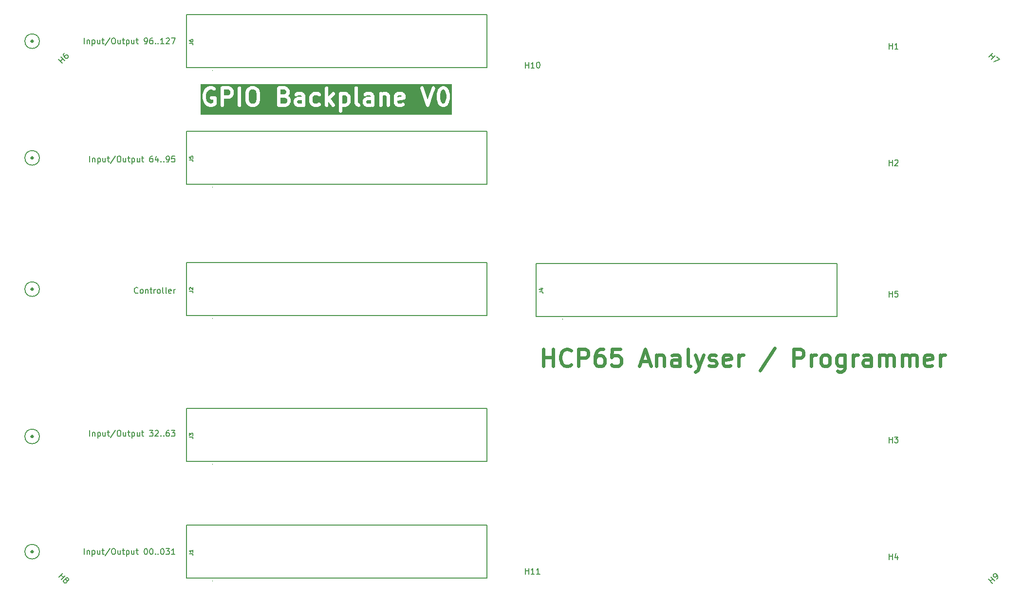
<source format=gto>
%TF.GenerationSoftware,KiCad,Pcbnew,8.0.7*%
%TF.CreationDate,2025-04-28T08:58:49+02:00*%
%TF.ProjectId,GPIO Backplane Board,4750494f-2042-4616-936b-706c616e6520,Pico GPIO Wide*%
%TF.SameCoordinates,Original*%
%TF.FileFunction,Legend,Top*%
%TF.FilePolarity,Positive*%
%FSLAX46Y46*%
G04 Gerber Fmt 4.6, Leading zero omitted, Abs format (unit mm)*
G04 Created by KiCad (PCBNEW 8.0.7) date 2025-04-28 08:58:49*
%MOMM*%
%LPD*%
G01*
G04 APERTURE LIST*
%ADD10C,0.200000*%
%ADD11C,0.600000*%
%ADD12C,0.150000*%
%ADD13C,0.100000*%
%ADD14C,0.329000*%
G04 APERTURE END LIST*
D10*
X9062040Y-61412219D02*
X9062040Y-60412219D01*
X9538230Y-60745552D02*
X9538230Y-61412219D01*
X9538230Y-60840790D02*
X9585849Y-60793171D01*
X9585849Y-60793171D02*
X9681087Y-60745552D01*
X9681087Y-60745552D02*
X9823944Y-60745552D01*
X9823944Y-60745552D02*
X9919182Y-60793171D01*
X9919182Y-60793171D02*
X9966801Y-60888409D01*
X9966801Y-60888409D02*
X9966801Y-61412219D01*
X10442992Y-60745552D02*
X10442992Y-61745552D01*
X10442992Y-60793171D02*
X10538230Y-60745552D01*
X10538230Y-60745552D02*
X10728706Y-60745552D01*
X10728706Y-60745552D02*
X10823944Y-60793171D01*
X10823944Y-60793171D02*
X10871563Y-60840790D01*
X10871563Y-60840790D02*
X10919182Y-60936028D01*
X10919182Y-60936028D02*
X10919182Y-61221742D01*
X10919182Y-61221742D02*
X10871563Y-61316980D01*
X10871563Y-61316980D02*
X10823944Y-61364600D01*
X10823944Y-61364600D02*
X10728706Y-61412219D01*
X10728706Y-61412219D02*
X10538230Y-61412219D01*
X10538230Y-61412219D02*
X10442992Y-61364600D01*
X11776325Y-60745552D02*
X11776325Y-61412219D01*
X11347754Y-60745552D02*
X11347754Y-61269361D01*
X11347754Y-61269361D02*
X11395373Y-61364600D01*
X11395373Y-61364600D02*
X11490611Y-61412219D01*
X11490611Y-61412219D02*
X11633468Y-61412219D01*
X11633468Y-61412219D02*
X11728706Y-61364600D01*
X11728706Y-61364600D02*
X11776325Y-61316980D01*
X12109659Y-60745552D02*
X12490611Y-60745552D01*
X12252516Y-60412219D02*
X12252516Y-61269361D01*
X12252516Y-61269361D02*
X12300135Y-61364600D01*
X12300135Y-61364600D02*
X12395373Y-61412219D01*
X12395373Y-61412219D02*
X12490611Y-61412219D01*
X13538230Y-60364600D02*
X12681088Y-61650314D01*
X14062040Y-60412219D02*
X14252516Y-60412219D01*
X14252516Y-60412219D02*
X14347754Y-60459838D01*
X14347754Y-60459838D02*
X14442992Y-60555076D01*
X14442992Y-60555076D02*
X14490611Y-60745552D01*
X14490611Y-60745552D02*
X14490611Y-61078885D01*
X14490611Y-61078885D02*
X14442992Y-61269361D01*
X14442992Y-61269361D02*
X14347754Y-61364600D01*
X14347754Y-61364600D02*
X14252516Y-61412219D01*
X14252516Y-61412219D02*
X14062040Y-61412219D01*
X14062040Y-61412219D02*
X13966802Y-61364600D01*
X13966802Y-61364600D02*
X13871564Y-61269361D01*
X13871564Y-61269361D02*
X13823945Y-61078885D01*
X13823945Y-61078885D02*
X13823945Y-60745552D01*
X13823945Y-60745552D02*
X13871564Y-60555076D01*
X13871564Y-60555076D02*
X13966802Y-60459838D01*
X13966802Y-60459838D02*
X14062040Y-60412219D01*
X15347754Y-60745552D02*
X15347754Y-61412219D01*
X14919183Y-60745552D02*
X14919183Y-61269361D01*
X14919183Y-61269361D02*
X14966802Y-61364600D01*
X14966802Y-61364600D02*
X15062040Y-61412219D01*
X15062040Y-61412219D02*
X15204897Y-61412219D01*
X15204897Y-61412219D02*
X15300135Y-61364600D01*
X15300135Y-61364600D02*
X15347754Y-61316980D01*
X15681088Y-60745552D02*
X16062040Y-60745552D01*
X15823945Y-60412219D02*
X15823945Y-61269361D01*
X15823945Y-61269361D02*
X15871564Y-61364600D01*
X15871564Y-61364600D02*
X15966802Y-61412219D01*
X15966802Y-61412219D02*
X16062040Y-61412219D01*
X16395374Y-60745552D02*
X16395374Y-61745552D01*
X16395374Y-60793171D02*
X16490612Y-60745552D01*
X16490612Y-60745552D02*
X16681088Y-60745552D01*
X16681088Y-60745552D02*
X16776326Y-60793171D01*
X16776326Y-60793171D02*
X16823945Y-60840790D01*
X16823945Y-60840790D02*
X16871564Y-60936028D01*
X16871564Y-60936028D02*
X16871564Y-61221742D01*
X16871564Y-61221742D02*
X16823945Y-61316980D01*
X16823945Y-61316980D02*
X16776326Y-61364600D01*
X16776326Y-61364600D02*
X16681088Y-61412219D01*
X16681088Y-61412219D02*
X16490612Y-61412219D01*
X16490612Y-61412219D02*
X16395374Y-61364600D01*
X17728707Y-60745552D02*
X17728707Y-61412219D01*
X17300136Y-60745552D02*
X17300136Y-61269361D01*
X17300136Y-61269361D02*
X17347755Y-61364600D01*
X17347755Y-61364600D02*
X17442993Y-61412219D01*
X17442993Y-61412219D02*
X17585850Y-61412219D01*
X17585850Y-61412219D02*
X17681088Y-61364600D01*
X17681088Y-61364600D02*
X17728707Y-61316980D01*
X18062041Y-60745552D02*
X18442993Y-60745552D01*
X18204898Y-60412219D02*
X18204898Y-61269361D01*
X18204898Y-61269361D02*
X18252517Y-61364600D01*
X18252517Y-61364600D02*
X18347755Y-61412219D01*
X18347755Y-61412219D02*
X18442993Y-61412219D01*
X19728708Y-60412219D02*
X19823946Y-60412219D01*
X19823946Y-60412219D02*
X19919184Y-60459838D01*
X19919184Y-60459838D02*
X19966803Y-60507457D01*
X19966803Y-60507457D02*
X20014422Y-60602695D01*
X20014422Y-60602695D02*
X20062041Y-60793171D01*
X20062041Y-60793171D02*
X20062041Y-61031266D01*
X20062041Y-61031266D02*
X20014422Y-61221742D01*
X20014422Y-61221742D02*
X19966803Y-61316980D01*
X19966803Y-61316980D02*
X19919184Y-61364600D01*
X19919184Y-61364600D02*
X19823946Y-61412219D01*
X19823946Y-61412219D02*
X19728708Y-61412219D01*
X19728708Y-61412219D02*
X19633470Y-61364600D01*
X19633470Y-61364600D02*
X19585851Y-61316980D01*
X19585851Y-61316980D02*
X19538232Y-61221742D01*
X19538232Y-61221742D02*
X19490613Y-61031266D01*
X19490613Y-61031266D02*
X19490613Y-60793171D01*
X19490613Y-60793171D02*
X19538232Y-60602695D01*
X19538232Y-60602695D02*
X19585851Y-60507457D01*
X19585851Y-60507457D02*
X19633470Y-60459838D01*
X19633470Y-60459838D02*
X19728708Y-60412219D01*
X20681089Y-60412219D02*
X20776327Y-60412219D01*
X20776327Y-60412219D02*
X20871565Y-60459838D01*
X20871565Y-60459838D02*
X20919184Y-60507457D01*
X20919184Y-60507457D02*
X20966803Y-60602695D01*
X20966803Y-60602695D02*
X21014422Y-60793171D01*
X21014422Y-60793171D02*
X21014422Y-61031266D01*
X21014422Y-61031266D02*
X20966803Y-61221742D01*
X20966803Y-61221742D02*
X20919184Y-61316980D01*
X20919184Y-61316980D02*
X20871565Y-61364600D01*
X20871565Y-61364600D02*
X20776327Y-61412219D01*
X20776327Y-61412219D02*
X20681089Y-61412219D01*
X20681089Y-61412219D02*
X20585851Y-61364600D01*
X20585851Y-61364600D02*
X20538232Y-61316980D01*
X20538232Y-61316980D02*
X20490613Y-61221742D01*
X20490613Y-61221742D02*
X20442994Y-61031266D01*
X20442994Y-61031266D02*
X20442994Y-60793171D01*
X20442994Y-60793171D02*
X20490613Y-60602695D01*
X20490613Y-60602695D02*
X20538232Y-60507457D01*
X20538232Y-60507457D02*
X20585851Y-60459838D01*
X20585851Y-60459838D02*
X20681089Y-60412219D01*
X21442994Y-61316980D02*
X21490613Y-61364600D01*
X21490613Y-61364600D02*
X21442994Y-61412219D01*
X21442994Y-61412219D02*
X21395375Y-61364600D01*
X21395375Y-61364600D02*
X21442994Y-61316980D01*
X21442994Y-61316980D02*
X21442994Y-61412219D01*
X21919184Y-61316980D02*
X21966803Y-61364600D01*
X21966803Y-61364600D02*
X21919184Y-61412219D01*
X21919184Y-61412219D02*
X21871565Y-61364600D01*
X21871565Y-61364600D02*
X21919184Y-61316980D01*
X21919184Y-61316980D02*
X21919184Y-61412219D01*
X22585850Y-60412219D02*
X22681088Y-60412219D01*
X22681088Y-60412219D02*
X22776326Y-60459838D01*
X22776326Y-60459838D02*
X22823945Y-60507457D01*
X22823945Y-60507457D02*
X22871564Y-60602695D01*
X22871564Y-60602695D02*
X22919183Y-60793171D01*
X22919183Y-60793171D02*
X22919183Y-61031266D01*
X22919183Y-61031266D02*
X22871564Y-61221742D01*
X22871564Y-61221742D02*
X22823945Y-61316980D01*
X22823945Y-61316980D02*
X22776326Y-61364600D01*
X22776326Y-61364600D02*
X22681088Y-61412219D01*
X22681088Y-61412219D02*
X22585850Y-61412219D01*
X22585850Y-61412219D02*
X22490612Y-61364600D01*
X22490612Y-61364600D02*
X22442993Y-61316980D01*
X22442993Y-61316980D02*
X22395374Y-61221742D01*
X22395374Y-61221742D02*
X22347755Y-61031266D01*
X22347755Y-61031266D02*
X22347755Y-60793171D01*
X22347755Y-60793171D02*
X22395374Y-60602695D01*
X22395374Y-60602695D02*
X22442993Y-60507457D01*
X22442993Y-60507457D02*
X22490612Y-60459838D01*
X22490612Y-60459838D02*
X22585850Y-60412219D01*
X23252517Y-60412219D02*
X23871564Y-60412219D01*
X23871564Y-60412219D02*
X23538231Y-60793171D01*
X23538231Y-60793171D02*
X23681088Y-60793171D01*
X23681088Y-60793171D02*
X23776326Y-60840790D01*
X23776326Y-60840790D02*
X23823945Y-60888409D01*
X23823945Y-60888409D02*
X23871564Y-60983647D01*
X23871564Y-60983647D02*
X23871564Y-61221742D01*
X23871564Y-61221742D02*
X23823945Y-61316980D01*
X23823945Y-61316980D02*
X23776326Y-61364600D01*
X23776326Y-61364600D02*
X23681088Y-61412219D01*
X23681088Y-61412219D02*
X23395374Y-61412219D01*
X23395374Y-61412219D02*
X23300136Y-61364600D01*
X23300136Y-61364600D02*
X23252517Y-61316980D01*
X24823945Y-61412219D02*
X24252517Y-61412219D01*
X24538231Y-61412219D02*
X24538231Y-60412219D01*
X24538231Y-60412219D02*
X24442993Y-60555076D01*
X24442993Y-60555076D02*
X24347755Y-60650314D01*
X24347755Y-60650314D02*
X24252517Y-60697933D01*
D11*
X88866021Y-28661657D02*
X88866021Y-25661657D01*
X88866021Y-27090228D02*
X90580307Y-27090228D01*
X90580307Y-28661657D02*
X90580307Y-25661657D01*
X93723164Y-28375942D02*
X93580307Y-28518800D01*
X93580307Y-28518800D02*
X93151735Y-28661657D01*
X93151735Y-28661657D02*
X92866021Y-28661657D01*
X92866021Y-28661657D02*
X92437450Y-28518800D01*
X92437450Y-28518800D02*
X92151735Y-28233085D01*
X92151735Y-28233085D02*
X92008878Y-27947371D01*
X92008878Y-27947371D02*
X91866021Y-27375942D01*
X91866021Y-27375942D02*
X91866021Y-26947371D01*
X91866021Y-26947371D02*
X92008878Y-26375942D01*
X92008878Y-26375942D02*
X92151735Y-26090228D01*
X92151735Y-26090228D02*
X92437450Y-25804514D01*
X92437450Y-25804514D02*
X92866021Y-25661657D01*
X92866021Y-25661657D02*
X93151735Y-25661657D01*
X93151735Y-25661657D02*
X93580307Y-25804514D01*
X93580307Y-25804514D02*
X93723164Y-25947371D01*
X95008878Y-28661657D02*
X95008878Y-25661657D01*
X95008878Y-25661657D02*
X96151735Y-25661657D01*
X96151735Y-25661657D02*
X96437450Y-25804514D01*
X96437450Y-25804514D02*
X96580307Y-25947371D01*
X96580307Y-25947371D02*
X96723164Y-26233085D01*
X96723164Y-26233085D02*
X96723164Y-26661657D01*
X96723164Y-26661657D02*
X96580307Y-26947371D01*
X96580307Y-26947371D02*
X96437450Y-27090228D01*
X96437450Y-27090228D02*
X96151735Y-27233085D01*
X96151735Y-27233085D02*
X95008878Y-27233085D01*
X99294593Y-25661657D02*
X98723164Y-25661657D01*
X98723164Y-25661657D02*
X98437450Y-25804514D01*
X98437450Y-25804514D02*
X98294593Y-25947371D01*
X98294593Y-25947371D02*
X98008878Y-26375942D01*
X98008878Y-26375942D02*
X97866021Y-26947371D01*
X97866021Y-26947371D02*
X97866021Y-28090228D01*
X97866021Y-28090228D02*
X98008878Y-28375942D01*
X98008878Y-28375942D02*
X98151735Y-28518800D01*
X98151735Y-28518800D02*
X98437450Y-28661657D01*
X98437450Y-28661657D02*
X99008878Y-28661657D01*
X99008878Y-28661657D02*
X99294593Y-28518800D01*
X99294593Y-28518800D02*
X99437450Y-28375942D01*
X99437450Y-28375942D02*
X99580307Y-28090228D01*
X99580307Y-28090228D02*
X99580307Y-27375942D01*
X99580307Y-27375942D02*
X99437450Y-27090228D01*
X99437450Y-27090228D02*
X99294593Y-26947371D01*
X99294593Y-26947371D02*
X99008878Y-26804514D01*
X99008878Y-26804514D02*
X98437450Y-26804514D01*
X98437450Y-26804514D02*
X98151735Y-26947371D01*
X98151735Y-26947371D02*
X98008878Y-27090228D01*
X98008878Y-27090228D02*
X97866021Y-27375942D01*
X102294593Y-25661657D02*
X100866021Y-25661657D01*
X100866021Y-25661657D02*
X100723164Y-27090228D01*
X100723164Y-27090228D02*
X100866021Y-26947371D01*
X100866021Y-26947371D02*
X101151736Y-26804514D01*
X101151736Y-26804514D02*
X101866021Y-26804514D01*
X101866021Y-26804514D02*
X102151736Y-26947371D01*
X102151736Y-26947371D02*
X102294593Y-27090228D01*
X102294593Y-27090228D02*
X102437450Y-27375942D01*
X102437450Y-27375942D02*
X102437450Y-28090228D01*
X102437450Y-28090228D02*
X102294593Y-28375942D01*
X102294593Y-28375942D02*
X102151736Y-28518800D01*
X102151736Y-28518800D02*
X101866021Y-28661657D01*
X101866021Y-28661657D02*
X101151736Y-28661657D01*
X101151736Y-28661657D02*
X100866021Y-28518800D01*
X100866021Y-28518800D02*
X100723164Y-28375942D01*
X105866021Y-27804514D02*
X107294593Y-27804514D01*
X105580307Y-28661657D02*
X106580307Y-25661657D01*
X106580307Y-25661657D02*
X107580307Y-28661657D01*
X108580307Y-26661657D02*
X108580307Y-28661657D01*
X108580307Y-26947371D02*
X108723164Y-26804514D01*
X108723164Y-26804514D02*
X109008879Y-26661657D01*
X109008879Y-26661657D02*
X109437450Y-26661657D01*
X109437450Y-26661657D02*
X109723164Y-26804514D01*
X109723164Y-26804514D02*
X109866022Y-27090228D01*
X109866022Y-27090228D02*
X109866022Y-28661657D01*
X112580308Y-28661657D02*
X112580308Y-27090228D01*
X112580308Y-27090228D02*
X112437450Y-26804514D01*
X112437450Y-26804514D02*
X112151736Y-26661657D01*
X112151736Y-26661657D02*
X111580308Y-26661657D01*
X111580308Y-26661657D02*
X111294593Y-26804514D01*
X112580308Y-28518800D02*
X112294593Y-28661657D01*
X112294593Y-28661657D02*
X111580308Y-28661657D01*
X111580308Y-28661657D02*
X111294593Y-28518800D01*
X111294593Y-28518800D02*
X111151736Y-28233085D01*
X111151736Y-28233085D02*
X111151736Y-27947371D01*
X111151736Y-27947371D02*
X111294593Y-27661657D01*
X111294593Y-27661657D02*
X111580308Y-27518800D01*
X111580308Y-27518800D02*
X112294593Y-27518800D01*
X112294593Y-27518800D02*
X112580308Y-27375942D01*
X114437451Y-28661657D02*
X114151736Y-28518800D01*
X114151736Y-28518800D02*
X114008879Y-28233085D01*
X114008879Y-28233085D02*
X114008879Y-25661657D01*
X115294594Y-26661657D02*
X116008880Y-28661657D01*
X116723165Y-26661657D02*
X116008880Y-28661657D01*
X116008880Y-28661657D02*
X115723165Y-29375942D01*
X115723165Y-29375942D02*
X115580308Y-29518800D01*
X115580308Y-29518800D02*
X115294594Y-29661657D01*
X117723165Y-28518800D02*
X118008879Y-28661657D01*
X118008879Y-28661657D02*
X118580308Y-28661657D01*
X118580308Y-28661657D02*
X118866022Y-28518800D01*
X118866022Y-28518800D02*
X119008879Y-28233085D01*
X119008879Y-28233085D02*
X119008879Y-28090228D01*
X119008879Y-28090228D02*
X118866022Y-27804514D01*
X118866022Y-27804514D02*
X118580308Y-27661657D01*
X118580308Y-27661657D02*
X118151737Y-27661657D01*
X118151737Y-27661657D02*
X117866022Y-27518800D01*
X117866022Y-27518800D02*
X117723165Y-27233085D01*
X117723165Y-27233085D02*
X117723165Y-27090228D01*
X117723165Y-27090228D02*
X117866022Y-26804514D01*
X117866022Y-26804514D02*
X118151737Y-26661657D01*
X118151737Y-26661657D02*
X118580308Y-26661657D01*
X118580308Y-26661657D02*
X118866022Y-26804514D01*
X121437450Y-28518800D02*
X121151736Y-28661657D01*
X121151736Y-28661657D02*
X120580308Y-28661657D01*
X120580308Y-28661657D02*
X120294593Y-28518800D01*
X120294593Y-28518800D02*
X120151736Y-28233085D01*
X120151736Y-28233085D02*
X120151736Y-27090228D01*
X120151736Y-27090228D02*
X120294593Y-26804514D01*
X120294593Y-26804514D02*
X120580308Y-26661657D01*
X120580308Y-26661657D02*
X121151736Y-26661657D01*
X121151736Y-26661657D02*
X121437450Y-26804514D01*
X121437450Y-26804514D02*
X121580308Y-27090228D01*
X121580308Y-27090228D02*
X121580308Y-27375942D01*
X121580308Y-27375942D02*
X120151736Y-27661657D01*
X122866022Y-28661657D02*
X122866022Y-26661657D01*
X122866022Y-27233085D02*
X123008879Y-26947371D01*
X123008879Y-26947371D02*
X123151737Y-26804514D01*
X123151737Y-26804514D02*
X123437451Y-26661657D01*
X123437451Y-26661657D02*
X123723165Y-26661657D01*
X129151736Y-25518800D02*
X126580308Y-29375942D01*
X132437450Y-28661657D02*
X132437450Y-25661657D01*
X132437450Y-25661657D02*
X133580307Y-25661657D01*
X133580307Y-25661657D02*
X133866022Y-25804514D01*
X133866022Y-25804514D02*
X134008879Y-25947371D01*
X134008879Y-25947371D02*
X134151736Y-26233085D01*
X134151736Y-26233085D02*
X134151736Y-26661657D01*
X134151736Y-26661657D02*
X134008879Y-26947371D01*
X134008879Y-26947371D02*
X133866022Y-27090228D01*
X133866022Y-27090228D02*
X133580307Y-27233085D01*
X133580307Y-27233085D02*
X132437450Y-27233085D01*
X135437450Y-28661657D02*
X135437450Y-26661657D01*
X135437450Y-27233085D02*
X135580307Y-26947371D01*
X135580307Y-26947371D02*
X135723165Y-26804514D01*
X135723165Y-26804514D02*
X136008879Y-26661657D01*
X136008879Y-26661657D02*
X136294593Y-26661657D01*
X137723165Y-28661657D02*
X137437450Y-28518800D01*
X137437450Y-28518800D02*
X137294593Y-28375942D01*
X137294593Y-28375942D02*
X137151736Y-28090228D01*
X137151736Y-28090228D02*
X137151736Y-27233085D01*
X137151736Y-27233085D02*
X137294593Y-26947371D01*
X137294593Y-26947371D02*
X137437450Y-26804514D01*
X137437450Y-26804514D02*
X137723165Y-26661657D01*
X137723165Y-26661657D02*
X138151736Y-26661657D01*
X138151736Y-26661657D02*
X138437450Y-26804514D01*
X138437450Y-26804514D02*
X138580308Y-26947371D01*
X138580308Y-26947371D02*
X138723165Y-27233085D01*
X138723165Y-27233085D02*
X138723165Y-28090228D01*
X138723165Y-28090228D02*
X138580308Y-28375942D01*
X138580308Y-28375942D02*
X138437450Y-28518800D01*
X138437450Y-28518800D02*
X138151736Y-28661657D01*
X138151736Y-28661657D02*
X137723165Y-28661657D01*
X141294594Y-26661657D02*
X141294594Y-29090228D01*
X141294594Y-29090228D02*
X141151736Y-29375942D01*
X141151736Y-29375942D02*
X141008879Y-29518800D01*
X141008879Y-29518800D02*
X140723165Y-29661657D01*
X140723165Y-29661657D02*
X140294594Y-29661657D01*
X140294594Y-29661657D02*
X140008879Y-29518800D01*
X141294594Y-28518800D02*
X141008879Y-28661657D01*
X141008879Y-28661657D02*
X140437451Y-28661657D01*
X140437451Y-28661657D02*
X140151736Y-28518800D01*
X140151736Y-28518800D02*
X140008879Y-28375942D01*
X140008879Y-28375942D02*
X139866022Y-28090228D01*
X139866022Y-28090228D02*
X139866022Y-27233085D01*
X139866022Y-27233085D02*
X140008879Y-26947371D01*
X140008879Y-26947371D02*
X140151736Y-26804514D01*
X140151736Y-26804514D02*
X140437451Y-26661657D01*
X140437451Y-26661657D02*
X141008879Y-26661657D01*
X141008879Y-26661657D02*
X141294594Y-26804514D01*
X142723165Y-28661657D02*
X142723165Y-26661657D01*
X142723165Y-27233085D02*
X142866022Y-26947371D01*
X142866022Y-26947371D02*
X143008880Y-26804514D01*
X143008880Y-26804514D02*
X143294594Y-26661657D01*
X143294594Y-26661657D02*
X143580308Y-26661657D01*
X145866023Y-28661657D02*
X145866023Y-27090228D01*
X145866023Y-27090228D02*
X145723165Y-26804514D01*
X145723165Y-26804514D02*
X145437451Y-26661657D01*
X145437451Y-26661657D02*
X144866023Y-26661657D01*
X144866023Y-26661657D02*
X144580308Y-26804514D01*
X145866023Y-28518800D02*
X145580308Y-28661657D01*
X145580308Y-28661657D02*
X144866023Y-28661657D01*
X144866023Y-28661657D02*
X144580308Y-28518800D01*
X144580308Y-28518800D02*
X144437451Y-28233085D01*
X144437451Y-28233085D02*
X144437451Y-27947371D01*
X144437451Y-27947371D02*
X144580308Y-27661657D01*
X144580308Y-27661657D02*
X144866023Y-27518800D01*
X144866023Y-27518800D02*
X145580308Y-27518800D01*
X145580308Y-27518800D02*
X145866023Y-27375942D01*
X147294594Y-28661657D02*
X147294594Y-26661657D01*
X147294594Y-26947371D02*
X147437451Y-26804514D01*
X147437451Y-26804514D02*
X147723166Y-26661657D01*
X147723166Y-26661657D02*
X148151737Y-26661657D01*
X148151737Y-26661657D02*
X148437451Y-26804514D01*
X148437451Y-26804514D02*
X148580309Y-27090228D01*
X148580309Y-27090228D02*
X148580309Y-28661657D01*
X148580309Y-27090228D02*
X148723166Y-26804514D01*
X148723166Y-26804514D02*
X149008880Y-26661657D01*
X149008880Y-26661657D02*
X149437451Y-26661657D01*
X149437451Y-26661657D02*
X149723166Y-26804514D01*
X149723166Y-26804514D02*
X149866023Y-27090228D01*
X149866023Y-27090228D02*
X149866023Y-28661657D01*
X151294594Y-28661657D02*
X151294594Y-26661657D01*
X151294594Y-26947371D02*
X151437451Y-26804514D01*
X151437451Y-26804514D02*
X151723166Y-26661657D01*
X151723166Y-26661657D02*
X152151737Y-26661657D01*
X152151737Y-26661657D02*
X152437451Y-26804514D01*
X152437451Y-26804514D02*
X152580309Y-27090228D01*
X152580309Y-27090228D02*
X152580309Y-28661657D01*
X152580309Y-27090228D02*
X152723166Y-26804514D01*
X152723166Y-26804514D02*
X153008880Y-26661657D01*
X153008880Y-26661657D02*
X153437451Y-26661657D01*
X153437451Y-26661657D02*
X153723166Y-26804514D01*
X153723166Y-26804514D02*
X153866023Y-27090228D01*
X153866023Y-27090228D02*
X153866023Y-28661657D01*
X156437451Y-28518800D02*
X156151737Y-28661657D01*
X156151737Y-28661657D02*
X155580309Y-28661657D01*
X155580309Y-28661657D02*
X155294594Y-28518800D01*
X155294594Y-28518800D02*
X155151737Y-28233085D01*
X155151737Y-28233085D02*
X155151737Y-27090228D01*
X155151737Y-27090228D02*
X155294594Y-26804514D01*
X155294594Y-26804514D02*
X155580309Y-26661657D01*
X155580309Y-26661657D02*
X156151737Y-26661657D01*
X156151737Y-26661657D02*
X156437451Y-26804514D01*
X156437451Y-26804514D02*
X156580309Y-27090228D01*
X156580309Y-27090228D02*
X156580309Y-27375942D01*
X156580309Y-27375942D02*
X155151737Y-27661657D01*
X157866023Y-28661657D02*
X157866023Y-26661657D01*
X157866023Y-27233085D02*
X158008880Y-26947371D01*
X158008880Y-26947371D02*
X158151738Y-26804514D01*
X158151738Y-26804514D02*
X158437452Y-26661657D01*
X158437452Y-26661657D02*
X158723166Y-26661657D01*
G36*
X54601598Y18414929D02*
G01*
X54675608Y18340919D01*
X54765021Y18162094D01*
X54765021Y17446591D01*
X54675608Y17267765D01*
X54601599Y17193756D01*
X54422771Y17104342D01*
X53992984Y17104342D01*
X53936449Y17132609D01*
X53936449Y18476074D01*
X53992984Y18504342D01*
X54422772Y18504342D01*
X54601598Y18414929D01*
G37*
G36*
X38744456Y19414929D02*
G01*
X38936988Y19222396D01*
X39050735Y18767410D01*
X39050735Y17841275D01*
X38936988Y17386288D01*
X38744456Y17193756D01*
X38565629Y17104342D01*
X38135842Y17104342D01*
X37957014Y17193756D01*
X37764481Y17386288D01*
X37650735Y17841274D01*
X37650735Y18767409D01*
X37764481Y19222396D01*
X37957015Y19414929D01*
X38135841Y19504342D01*
X38565629Y19504342D01*
X38744456Y19414929D01*
G37*
G36*
X44188681Y17970704D02*
G01*
X44247035Y17912349D01*
X44336449Y17733522D01*
X44336449Y17446591D01*
X44247036Y17267765D01*
X44173027Y17193756D01*
X43994200Y17104342D01*
X43222163Y17104342D01*
X43222163Y18075771D01*
X43873480Y18075771D01*
X44188681Y17970704D01*
G37*
G36*
X44030170Y19414929D02*
G01*
X44104179Y19340920D01*
X44193592Y19162094D01*
X44193592Y19018019D01*
X44104178Y18839192D01*
X44030170Y18765184D01*
X43851343Y18675771D01*
X43222163Y18675771D01*
X43222163Y19504342D01*
X43851343Y19504342D01*
X44030170Y19414929D01*
G37*
G36*
X46907878Y17132609D02*
G01*
X46851343Y17104342D01*
X46278698Y17104342D01*
X46145769Y17170806D01*
X46079306Y17303734D01*
X46079306Y17447808D01*
X46145769Y17580735D01*
X46278698Y17647200D01*
X46907878Y17647200D01*
X46907878Y17132609D01*
G37*
G36*
X58907879Y17132609D02*
G01*
X58851344Y17104342D01*
X58278699Y17104342D01*
X58145770Y17170806D01*
X58079307Y17303734D01*
X58079307Y17447808D01*
X58145770Y17580735D01*
X58278699Y17647200D01*
X58907879Y17647200D01*
X58907879Y17132609D01*
G37*
G36*
X64269986Y18437878D02*
G01*
X64322338Y18333175D01*
X63507879Y18170283D01*
X63507879Y18304951D01*
X63574342Y18437878D01*
X63707271Y18504342D01*
X64137059Y18504342D01*
X64269986Y18437878D01*
G37*
G36*
X71744457Y19414929D02*
G01*
X71818467Y19340919D01*
X71924823Y19128207D01*
X72050737Y18624553D01*
X72050737Y17984132D01*
X71924823Y17480478D01*
X71818467Y17267765D01*
X71744458Y17193756D01*
X71565630Y17104342D01*
X71421558Y17104342D01*
X71242729Y17193756D01*
X71168720Y17267765D01*
X71062364Y17480477D01*
X70936451Y17984132D01*
X70936451Y18624552D01*
X71062364Y19128207D01*
X71168720Y19340919D01*
X71242731Y19414929D01*
X71421557Y19504342D01*
X71565631Y19504342D01*
X71744457Y19414929D01*
G37*
G36*
X34315885Y19414929D02*
G01*
X34389894Y19340920D01*
X34479307Y19162094D01*
X34479307Y18875162D01*
X34389894Y18696336D01*
X34315885Y18622327D01*
X34137058Y18532914D01*
X33365021Y18532914D01*
X33365021Y19504342D01*
X34137058Y19504342D01*
X34315885Y19414929D01*
G37*
G36*
X72984070Y15173576D02*
G01*
X29288831Y15173576D01*
X29288831Y18518628D01*
X29622164Y18518628D01*
X29622164Y18090057D01*
X29624172Y18059411D01*
X29624114Y18055908D01*
X29624565Y18053417D01*
X29624731Y18050899D01*
X29625635Y18047522D01*
X29631121Y18017296D01*
X29773978Y17445868D01*
X29780427Y17425766D01*
X29781477Y17420636D01*
X29783988Y17414664D01*
X29785966Y17408502D01*
X29788505Y17403926D01*
X29796693Y17384464D01*
X29939550Y17098750D01*
X29959358Y17064874D01*
X29965355Y17058110D01*
X29969873Y17050286D01*
X29995746Y17020782D01*
X30281461Y16735068D01*
X30293647Y16724381D01*
X30297032Y16720564D01*
X30300948Y16717978D01*
X30310965Y16709194D01*
X30337149Y16694076D01*
X30362387Y16677413D01*
X30374725Y16672381D01*
X30378788Y16670036D01*
X30383713Y16668716D01*
X30398724Y16662595D01*
X30827295Y16519737D01*
X30865256Y16509789D01*
X30874278Y16509247D01*
X30883006Y16506909D01*
X30922164Y16504342D01*
X31207878Y16504342D01*
X31247036Y16506909D01*
X31255767Y16509248D01*
X31264786Y16509790D01*
X31302747Y16519737D01*
X31731319Y16662595D01*
X31746329Y16668716D01*
X31751255Y16670036D01*
X31755317Y16672381D01*
X31767656Y16677413D01*
X31792893Y16694076D01*
X31819078Y16709194D01*
X31829094Y16717978D01*
X31833011Y16720564D01*
X31836395Y16724381D01*
X31848582Y16735068D01*
X31991439Y16877925D01*
X32017313Y16907429D01*
X32056471Y16975252D01*
X32076740Y17050899D01*
X32079307Y17090057D01*
X32079307Y18090057D01*
X32076740Y18129215D01*
X32056471Y18204862D01*
X32017313Y18272685D01*
X31961935Y18328063D01*
X31894112Y18367221D01*
X31818465Y18387490D01*
X31779307Y18390057D01*
X31207878Y18390057D01*
X31168720Y18387490D01*
X31093073Y18367221D01*
X31025250Y18328063D01*
X30969872Y18272685D01*
X30930714Y18204862D01*
X30910445Y18129215D01*
X30910445Y18050899D01*
X30930714Y17975252D01*
X30969872Y17907429D01*
X31025250Y17852051D01*
X31093073Y17812893D01*
X31168720Y17792624D01*
X31207878Y17790057D01*
X31479307Y17790057D01*
X31479307Y17214321D01*
X31474395Y17209409D01*
X31159194Y17104342D01*
X30970848Y17104342D01*
X30655646Y17209409D01*
X30454433Y17410622D01*
X30348077Y17623334D01*
X30222164Y18126989D01*
X30222164Y18481695D01*
X30348077Y18985350D01*
X30454433Y19198062D01*
X30655647Y19399275D01*
X30970847Y19504342D01*
X31279916Y19504342D01*
X31502286Y19393157D01*
X31538458Y19377941D01*
X31615183Y19362240D01*
X31693358Y19366932D01*
X31767655Y19391698D01*
X31833011Y19434849D01*
X31884970Y19493445D01*
X31919994Y19563493D01*
X31935695Y19640218D01*
X31931003Y19718393D01*
X31906237Y19792690D01*
X31898544Y19804342D01*
X32765021Y19804342D01*
X32765021Y16804342D01*
X32767588Y16765184D01*
X32787857Y16689537D01*
X32827015Y16621714D01*
X32882393Y16566336D01*
X32950216Y16527178D01*
X33025863Y16506909D01*
X33104179Y16506909D01*
X33179826Y16527178D01*
X33247649Y16566336D01*
X33303027Y16621714D01*
X33342185Y16689537D01*
X33362454Y16765184D01*
X33365021Y16804342D01*
X33365021Y17932914D01*
X34207878Y17932914D01*
X34224054Y17933974D01*
X34229144Y17933669D01*
X34233739Y17934609D01*
X34247036Y17935481D01*
X34276249Y17943308D01*
X34305870Y17949370D01*
X34318148Y17954534D01*
X34322683Y17955750D01*
X34327102Y17958301D01*
X34342042Y17964586D01*
X34627757Y18107443D01*
X34661633Y18127251D01*
X34668393Y18133245D01*
X34676221Y18137765D01*
X34705725Y18163639D01*
X34848582Y18306496D01*
X34874456Y18336000D01*
X34878975Y18343827D01*
X34884970Y18350588D01*
X34904778Y18384464D01*
X35047635Y18670178D01*
X35053919Y18685117D01*
X35056471Y18689537D01*
X35057686Y18694071D01*
X35062851Y18706350D01*
X35068912Y18735971D01*
X35076740Y18765184D01*
X35077611Y18778479D01*
X35078552Y18783075D01*
X35078246Y18788164D01*
X35079307Y18804342D01*
X35079307Y19232914D01*
X35078246Y19249091D01*
X35078552Y19254181D01*
X35077611Y19258776D01*
X35076740Y19272072D01*
X35068912Y19301284D01*
X35062851Y19330906D01*
X35057686Y19343184D01*
X35056471Y19347719D01*
X35053919Y19352138D01*
X35047635Y19367078D01*
X34904778Y19652792D01*
X34884970Y19686668D01*
X34878975Y19693428D01*
X34874456Y19701256D01*
X34848582Y19730760D01*
X34775000Y19804342D01*
X35765021Y19804342D01*
X35765021Y16804342D01*
X35767588Y16765184D01*
X35787857Y16689537D01*
X35827015Y16621714D01*
X35882393Y16566336D01*
X35950216Y16527178D01*
X36025863Y16506909D01*
X36104179Y16506909D01*
X36179826Y16527178D01*
X36247649Y16566336D01*
X36303027Y16621714D01*
X36342185Y16689537D01*
X36362454Y16765184D01*
X36365021Y16804342D01*
X36365021Y18804342D01*
X37050735Y18804342D01*
X37050735Y17804342D01*
X37052743Y17773696D01*
X37052685Y17770193D01*
X37053136Y17767702D01*
X37053302Y17765184D01*
X37054206Y17761807D01*
X37059692Y17731581D01*
X37202549Y17160153D01*
X37214537Y17122787D01*
X37215768Y17120567D01*
X37216428Y17118108D01*
X37234755Y17086365D01*
X37252548Y17054314D01*
X37254318Y17052482D01*
X37255587Y17050286D01*
X37281460Y17020782D01*
X37567175Y16735068D01*
X37596679Y16709194D01*
X37604504Y16704676D01*
X37611266Y16698680D01*
X37645142Y16678872D01*
X37930856Y16536014D01*
X37945799Y16529727D01*
X37950216Y16527178D01*
X37954747Y16525963D01*
X37967028Y16520798D01*
X37996653Y16514735D01*
X38025863Y16506909D01*
X38039157Y16506037D01*
X38043753Y16505097D01*
X38048843Y16505402D01*
X38065021Y16504342D01*
X38636449Y16504342D01*
X38652626Y16505402D01*
X38657716Y16505097D01*
X38662311Y16506037D01*
X38675607Y16506909D01*
X38704819Y16514736D01*
X38734441Y16520798D01*
X38746719Y16525962D01*
X38751254Y16527178D01*
X38755673Y16529729D01*
X38770613Y16536014D01*
X39056328Y16678872D01*
X39090204Y16698680D01*
X39096964Y16704674D01*
X39104792Y16709194D01*
X39134296Y16735068D01*
X39420010Y17020782D01*
X39445884Y17050286D01*
X39447155Y17052487D01*
X39448922Y17054315D01*
X39466703Y17086345D01*
X39485042Y17118109D01*
X39485700Y17120566D01*
X39486933Y17122787D01*
X39498921Y17160153D01*
X39641778Y17731582D01*
X39647263Y17761806D01*
X39648168Y17765184D01*
X39648333Y17767703D01*
X39648785Y17770193D01*
X39648726Y17773696D01*
X39650735Y17804342D01*
X39650735Y18804342D01*
X39648726Y18834987D01*
X39648785Y18838492D01*
X39648333Y18840982D01*
X39648168Y18843500D01*
X39647263Y18846875D01*
X39641778Y18877103D01*
X39498921Y19448532D01*
X39486933Y19485898D01*
X39485700Y19488118D01*
X39485042Y19490576D01*
X39466703Y19522339D01*
X39448922Y19554370D01*
X39447155Y19556197D01*
X39445884Y19558399D01*
X39420010Y19587903D01*
X39203571Y19804342D01*
X42622163Y19804342D01*
X42622163Y16804342D01*
X42624730Y16765184D01*
X42644999Y16689537D01*
X42684157Y16621714D01*
X42739535Y16566336D01*
X42807358Y16527178D01*
X42883005Y16506909D01*
X42922163Y16504342D01*
X44065020Y16504342D01*
X44081197Y16505402D01*
X44086287Y16505097D01*
X44090882Y16506037D01*
X44104178Y16506909D01*
X44133390Y16514736D01*
X44163012Y16520798D01*
X44175290Y16525962D01*
X44179825Y16527178D01*
X44184244Y16529729D01*
X44199184Y16536014D01*
X44484899Y16678872D01*
X44518775Y16698680D01*
X44525535Y16704674D01*
X44533363Y16709194D01*
X44562867Y16735068D01*
X44705724Y16877925D01*
X44731598Y16907429D01*
X44736117Y16915256D01*
X44742112Y16922017D01*
X44761920Y16955893D01*
X44904777Y17241607D01*
X44911061Y17256546D01*
X44913613Y17260966D01*
X44914828Y17265500D01*
X44919993Y17277779D01*
X44926054Y17307400D01*
X44933882Y17336613D01*
X44934753Y17349908D01*
X44935694Y17354504D01*
X44935388Y17359593D01*
X44936449Y17375771D01*
X44936449Y17518628D01*
X45479306Y17518628D01*
X45479306Y17232914D01*
X45480366Y17216736D01*
X45480061Y17211647D01*
X45481001Y17207051D01*
X45481873Y17193756D01*
X45489700Y17164543D01*
X45495762Y17134922D01*
X45500926Y17122643D01*
X45502142Y17118109D01*
X45504693Y17113689D01*
X45510978Y17098750D01*
X45653835Y16813036D01*
X45673643Y16779160D01*
X45685598Y16765677D01*
X45695527Y16750640D01*
X45711464Y16736507D01*
X45725602Y16720564D01*
X45740643Y16710632D01*
X45754123Y16698680D01*
X45787999Y16678872D01*
X46073713Y16536014D01*
X46088656Y16529727D01*
X46093073Y16527178D01*
X46097604Y16525963D01*
X46109885Y16520798D01*
X46139509Y16514735D01*
X46168720Y16506909D01*
X46182015Y16506037D01*
X46186611Y16505097D01*
X46191700Y16505402D01*
X46207878Y16504342D01*
X46922163Y16504342D01*
X46938340Y16505402D01*
X46943430Y16505097D01*
X46948025Y16506037D01*
X46961321Y16506909D01*
X46990533Y16514736D01*
X47020155Y16520798D01*
X47032433Y16525962D01*
X47036968Y16527178D01*
X47041387Y16529729D01*
X47056327Y16536014D01*
X47067817Y16541759D01*
X47093073Y16527178D01*
X47168720Y16506909D01*
X47247036Y16506909D01*
X47322683Y16527178D01*
X47390506Y16566336D01*
X47445884Y16621714D01*
X47485042Y16689537D01*
X47505311Y16765184D01*
X47507878Y16804342D01*
X47507878Y18232914D01*
X48193592Y18232914D01*
X48193592Y17375771D01*
X48194652Y17359593D01*
X48194347Y17354504D01*
X48195287Y17349908D01*
X48196159Y17336613D01*
X48203986Y17307400D01*
X48210048Y17277779D01*
X48215212Y17265500D01*
X48216428Y17260966D01*
X48218979Y17256546D01*
X48225264Y17241607D01*
X48368121Y16955893D01*
X48387929Y16922017D01*
X48393923Y16915256D01*
X48398443Y16907429D01*
X48424317Y16877925D01*
X48567174Y16735068D01*
X48596678Y16709194D01*
X48604505Y16704674D01*
X48611266Y16698680D01*
X48645142Y16678872D01*
X48930856Y16536014D01*
X48945799Y16529727D01*
X48950216Y16527178D01*
X48954747Y16525963D01*
X48967028Y16520798D01*
X48996652Y16514735D01*
X49025863Y16506909D01*
X49039158Y16506037D01*
X49043754Y16505097D01*
X49048843Y16505402D01*
X49065021Y16504342D01*
X49636449Y16504342D01*
X49652626Y16505402D01*
X49657716Y16505097D01*
X49662311Y16506037D01*
X49675607Y16506909D01*
X49704819Y16514736D01*
X49734441Y16520798D01*
X49746719Y16525962D01*
X49751254Y16527178D01*
X49755673Y16529729D01*
X49770613Y16536014D01*
X50056328Y16678872D01*
X50090204Y16698680D01*
X50148800Y16750640D01*
X50191951Y16815995D01*
X50216717Y16890292D01*
X50221409Y16968467D01*
X50205708Y17045192D01*
X50170684Y17115240D01*
X50118724Y17173836D01*
X50053369Y17216987D01*
X49979071Y17241753D01*
X49900897Y17246445D01*
X49824171Y17230744D01*
X49787999Y17215528D01*
X49565629Y17104342D01*
X49135841Y17104342D01*
X48957014Y17193756D01*
X48883005Y17267765D01*
X48793592Y17446591D01*
X48793592Y18162094D01*
X48883005Y18340920D01*
X48957014Y18414929D01*
X49135841Y18504342D01*
X49565629Y18504342D01*
X49788000Y18393157D01*
X49824172Y18377941D01*
X49900898Y18362240D01*
X49979072Y18366932D01*
X50053370Y18391698D01*
X50118725Y18434849D01*
X50170685Y18493445D01*
X50205708Y18563493D01*
X50221410Y18640219D01*
X50216717Y18718393D01*
X50191951Y18792691D01*
X50148800Y18858046D01*
X50090204Y18910005D01*
X50056328Y18929813D01*
X49770613Y19072670D01*
X49755673Y19078954D01*
X49751254Y19081506D01*
X49746719Y19082721D01*
X49734441Y19087886D01*
X49704820Y19093947D01*
X49675607Y19101775D01*
X49662310Y19102646D01*
X49657715Y19103587D01*
X49652625Y19103281D01*
X49636449Y19104342D01*
X49065021Y19104342D01*
X49048844Y19103281D01*
X49043755Y19103587D01*
X49039159Y19102646D01*
X49025863Y19101775D01*
X48996649Y19093947D01*
X48967029Y19087886D01*
X48954750Y19082721D01*
X48950216Y19081506D01*
X48945796Y19078954D01*
X48930857Y19072670D01*
X48645142Y18929813D01*
X48611266Y18910005D01*
X48604505Y18904010D01*
X48596678Y18899491D01*
X48567174Y18873617D01*
X48424317Y18730760D01*
X48398443Y18701256D01*
X48393923Y18693428D01*
X48387929Y18686668D01*
X48368121Y18652792D01*
X48225264Y18367078D01*
X48218979Y18352138D01*
X48216428Y18347719D01*
X48215212Y18343184D01*
X48210048Y18330906D01*
X48203986Y18301284D01*
X48196159Y18272072D01*
X48195287Y18258776D01*
X48194347Y18254181D01*
X48194652Y18249091D01*
X48193592Y18232914D01*
X47507878Y18232914D01*
X47507878Y18375771D01*
X47506817Y18391948D01*
X47507123Y18397039D01*
X47506182Y18401634D01*
X47505311Y18414929D01*
X47497484Y18444138D01*
X47491422Y18473764D01*
X47486256Y18486044D01*
X47485042Y18490576D01*
X47482492Y18494992D01*
X47476206Y18509936D01*
X47333348Y18795650D01*
X47313540Y18829526D01*
X47301584Y18843008D01*
X47291656Y18858046D01*
X47275716Y18872180D01*
X47261580Y18888122D01*
X47246539Y18898052D01*
X47233060Y18910005D01*
X47199184Y18929813D01*
X46913470Y19072670D01*
X46898530Y19078954D01*
X46894111Y19081506D01*
X46889576Y19082721D01*
X46877298Y19087886D01*
X46847676Y19093947D01*
X46818464Y19101775D01*
X46805168Y19102646D01*
X46800573Y19103587D01*
X46795483Y19103281D01*
X46779306Y19104342D01*
X46207878Y19104342D01*
X46191701Y19103281D01*
X46186612Y19103587D01*
X46182016Y19102646D01*
X46168720Y19101775D01*
X46139506Y19093947D01*
X46109886Y19087886D01*
X46097607Y19082721D01*
X46093073Y19081506D01*
X46088653Y19078954D01*
X46073714Y19072670D01*
X45787999Y18929813D01*
X45754123Y18910005D01*
X45695527Y18858046D01*
X45652376Y18792691D01*
X45627610Y18718393D01*
X45622918Y18640219D01*
X45638619Y18563493D01*
X45673643Y18493445D01*
X45725602Y18434849D01*
X45790957Y18391698D01*
X45865255Y18366932D01*
X45943429Y18362240D01*
X46020155Y18377941D01*
X46056327Y18393157D01*
X46278698Y18504342D01*
X46708486Y18504342D01*
X46841413Y18437878D01*
X46907878Y18304950D01*
X46907878Y18275467D01*
X46851343Y18247200D01*
X46207878Y18247200D01*
X46191700Y18246139D01*
X46186611Y18246445D01*
X46182015Y18245504D01*
X46168720Y18244633D01*
X46139509Y18236806D01*
X46109885Y18230744D01*
X46097604Y18225578D01*
X46093073Y18224364D01*
X46088656Y18221814D01*
X46073713Y18215528D01*
X45787999Y18072670D01*
X45754123Y18052862D01*
X45740643Y18040909D01*
X45725602Y18030978D01*
X45711464Y18015034D01*
X45695527Y18000902D01*
X45685598Y17985864D01*
X45673643Y17972382D01*
X45653835Y17938506D01*
X45510978Y17652792D01*
X45504693Y17637852D01*
X45502142Y17633433D01*
X45500926Y17628898D01*
X45495762Y17616620D01*
X45489700Y17586998D01*
X45481873Y17557786D01*
X45481001Y17544490D01*
X45480061Y17539895D01*
X45480366Y17534805D01*
X45479306Y17518628D01*
X44936449Y17518628D01*
X44936449Y17804342D01*
X44935388Y17820518D01*
X44935694Y17825608D01*
X44934753Y17830203D01*
X44933882Y17843500D01*
X44926054Y17872713D01*
X44919993Y17902334D01*
X44914828Y17914612D01*
X44913613Y17919147D01*
X44911061Y17923566D01*
X44904777Y17938506D01*
X44761920Y18224221D01*
X44742112Y18258097D01*
X44736117Y18264857D01*
X44731598Y18272685D01*
X44705724Y18302189D01*
X44562867Y18445046D01*
X44560572Y18447058D01*
X44562867Y18449353D01*
X44588741Y18478857D01*
X44593260Y18486684D01*
X44599255Y18493445D01*
X44619063Y18527321D01*
X44761920Y18813036D01*
X44768204Y18827975D01*
X44770756Y18832395D01*
X44771971Y18836929D01*
X44777136Y18849208D01*
X44783197Y18878828D01*
X44791025Y18908042D01*
X44791896Y18921338D01*
X44792837Y18925934D01*
X44792531Y18931023D01*
X44793592Y18947200D01*
X44793592Y19232914D01*
X44792531Y19249091D01*
X44792837Y19254181D01*
X44791896Y19258776D01*
X44791025Y19272072D01*
X44783197Y19301284D01*
X44777136Y19330906D01*
X44771971Y19343184D01*
X44770756Y19347719D01*
X44768204Y19352138D01*
X44761920Y19367078D01*
X44619063Y19652792D01*
X44599255Y19686668D01*
X44593260Y19693428D01*
X44588741Y19701256D01*
X44562867Y19730760D01*
X44489285Y19804342D01*
X50907878Y19804342D01*
X50907878Y16804342D01*
X50910445Y16765184D01*
X50930714Y16689537D01*
X50969872Y16621714D01*
X51025250Y16566336D01*
X51093073Y16527178D01*
X51168720Y16506909D01*
X51247036Y16506909D01*
X51322683Y16527178D01*
X51390506Y16566336D01*
X51445884Y16621714D01*
X51485042Y16689537D01*
X51505311Y16765184D01*
X51507878Y16804342D01*
X51507878Y17428152D01*
X52110735Y16624342D01*
X52136283Y16594556D01*
X52197887Y16546199D01*
X52269907Y16515436D01*
X52347436Y16504360D01*
X52425189Y16513727D01*
X52497868Y16542900D01*
X52560521Y16589890D01*
X52608878Y16651493D01*
X52639641Y16723513D01*
X52650717Y16801043D01*
X52641350Y16878796D01*
X52612177Y16951475D01*
X52590735Y16984341D01*
X51889705Y17919048D01*
X52562867Y18592210D01*
X52588741Y18621714D01*
X52627899Y18689537D01*
X52648168Y18765184D01*
X52648168Y18804342D01*
X53336449Y18804342D01*
X53336449Y15804342D01*
X53339016Y15765184D01*
X53359285Y15689537D01*
X53398443Y15621714D01*
X53453821Y15566336D01*
X53521644Y15527178D01*
X53597291Y15506909D01*
X53675607Y15506909D01*
X53751254Y15527178D01*
X53819077Y15566336D01*
X53874455Y15621714D01*
X53913613Y15689537D01*
X53933882Y15765184D01*
X53936449Y15804342D01*
X53936449Y16504342D01*
X54493592Y16504342D01*
X54509769Y16505402D01*
X54514860Y16505097D01*
X54519455Y16506037D01*
X54532750Y16506909D01*
X54561959Y16514735D01*
X54591585Y16520798D01*
X54603865Y16525963D01*
X54608397Y16527178D01*
X54612813Y16529727D01*
X54627757Y16536014D01*
X54913470Y16678872D01*
X54947346Y16698680D01*
X54954107Y16704676D01*
X54961933Y16709194D01*
X54991437Y16735067D01*
X55134295Y16877924D01*
X55160169Y16907428D01*
X55164688Y16915255D01*
X55170684Y16922017D01*
X55190492Y16955893D01*
X55333349Y17241607D01*
X55339633Y17256546D01*
X55342185Y17260966D01*
X55343400Y17265500D01*
X55348565Y17277779D01*
X55354626Y17307400D01*
X55362454Y17336613D01*
X55363325Y17349908D01*
X55364266Y17354504D01*
X55363960Y17359593D01*
X55365021Y17375771D01*
X55365021Y18232914D01*
X55363960Y18249091D01*
X55364266Y18254181D01*
X55363325Y18258776D01*
X55362454Y18272072D01*
X55354626Y18301284D01*
X55348565Y18330906D01*
X55343400Y18343184D01*
X55342185Y18347719D01*
X55339633Y18352138D01*
X55333349Y18367078D01*
X55190492Y18652792D01*
X55170684Y18686668D01*
X55164688Y18693429D01*
X55160169Y18701257D01*
X55134295Y18730761D01*
X54991437Y18873618D01*
X54961933Y18899491D01*
X54954108Y18904008D01*
X54947346Y18910005D01*
X54913470Y18929813D01*
X54627756Y19072670D01*
X54612816Y19078954D01*
X54608397Y19081506D01*
X54603862Y19082721D01*
X54591584Y19087886D01*
X54561962Y19093947D01*
X54532750Y19101775D01*
X54519454Y19102646D01*
X54514859Y19103587D01*
X54509769Y19103281D01*
X54493592Y19104342D01*
X53922164Y19104342D01*
X53905987Y19103281D01*
X53900898Y19103587D01*
X53896302Y19102646D01*
X53883006Y19101775D01*
X53853792Y19093947D01*
X53824172Y19087886D01*
X53811893Y19082721D01*
X53807359Y19081506D01*
X53802939Y19078954D01*
X53788000Y19072670D01*
X53776509Y19066924D01*
X53751254Y19081506D01*
X53675607Y19101775D01*
X53597291Y19101775D01*
X53521644Y19081506D01*
X53453821Y19042348D01*
X53398443Y18986970D01*
X53359285Y18919147D01*
X53339016Y18843500D01*
X53336449Y18804342D01*
X52648168Y18804342D01*
X52648168Y18843500D01*
X52627899Y18919147D01*
X52588741Y18986970D01*
X52533363Y19042348D01*
X52465540Y19081506D01*
X52389893Y19101775D01*
X52311577Y19101775D01*
X52235930Y19081506D01*
X52168107Y19042348D01*
X52138603Y19016474D01*
X51507878Y18385749D01*
X51507878Y19804342D01*
X56050735Y19804342D01*
X56050735Y17232914D01*
X56051795Y17216736D01*
X56051490Y17211647D01*
X56052430Y17207051D01*
X56053302Y17193756D01*
X56061129Y17164543D01*
X56067191Y17134922D01*
X56072355Y17122643D01*
X56073571Y17118109D01*
X56076122Y17113689D01*
X56082407Y17098750D01*
X56225264Y16813036D01*
X56245072Y16779160D01*
X56257027Y16765677D01*
X56266956Y16750640D01*
X56282893Y16736507D01*
X56297031Y16720564D01*
X56312072Y16710632D01*
X56325552Y16698680D01*
X56359428Y16678872D01*
X56645142Y16536014D01*
X56681314Y16520798D01*
X56758040Y16505097D01*
X56836214Y16509789D01*
X56910512Y16534555D01*
X56975867Y16577706D01*
X57027827Y16636302D01*
X57062851Y16706350D01*
X57078552Y16783075D01*
X57073860Y16861250D01*
X57049094Y16935547D01*
X57005943Y17000902D01*
X56947347Y17052862D01*
X56913471Y17072670D01*
X56717198Y17170806D01*
X56650735Y17303734D01*
X56650735Y17518628D01*
X57479307Y17518628D01*
X57479307Y17232914D01*
X57480367Y17216736D01*
X57480062Y17211647D01*
X57481002Y17207051D01*
X57481874Y17193756D01*
X57489701Y17164543D01*
X57495763Y17134922D01*
X57500927Y17122643D01*
X57502143Y17118109D01*
X57504694Y17113689D01*
X57510979Y17098750D01*
X57653836Y16813036D01*
X57673644Y16779160D01*
X57685599Y16765677D01*
X57695528Y16750640D01*
X57711465Y16736507D01*
X57725603Y16720564D01*
X57740644Y16710632D01*
X57754124Y16698680D01*
X57788000Y16678872D01*
X58073714Y16536014D01*
X58088657Y16529727D01*
X58093074Y16527178D01*
X58097605Y16525963D01*
X58109886Y16520798D01*
X58139510Y16514735D01*
X58168721Y16506909D01*
X58182016Y16506037D01*
X58186612Y16505097D01*
X58191701Y16505402D01*
X58207879Y16504342D01*
X58922164Y16504342D01*
X58938341Y16505402D01*
X58943431Y16505097D01*
X58948026Y16506037D01*
X58961322Y16506909D01*
X58990534Y16514736D01*
X59020156Y16520798D01*
X59032434Y16525962D01*
X59036969Y16527178D01*
X59041388Y16529729D01*
X59056328Y16536014D01*
X59067818Y16541759D01*
X59093074Y16527178D01*
X59168721Y16506909D01*
X59247037Y16506909D01*
X59322684Y16527178D01*
X59390507Y16566336D01*
X59445885Y16621714D01*
X59485043Y16689537D01*
X59505312Y16765184D01*
X59507879Y16804342D01*
X59507879Y18375771D01*
X59506818Y18391948D01*
X59507124Y18397039D01*
X59506183Y18401634D01*
X59505312Y18414929D01*
X59497485Y18444138D01*
X59491423Y18473764D01*
X59486257Y18486044D01*
X59485043Y18490576D01*
X59482493Y18494992D01*
X59476207Y18509936D01*
X59333349Y18795650D01*
X59328267Y18804342D01*
X60336450Y18804342D01*
X60336450Y16804342D01*
X60339017Y16765184D01*
X60359286Y16689537D01*
X60398444Y16621714D01*
X60453822Y16566336D01*
X60521645Y16527178D01*
X60597292Y16506909D01*
X60675608Y16506909D01*
X60751255Y16527178D01*
X60819078Y16566336D01*
X60874456Y16621714D01*
X60913614Y16689537D01*
X60933883Y16765184D01*
X60936450Y16804342D01*
X60936450Y18394364D01*
X60957015Y18414929D01*
X61135842Y18504342D01*
X61422773Y18504342D01*
X61555700Y18437878D01*
X61622165Y18304950D01*
X61622165Y16804342D01*
X61624732Y16765184D01*
X61645001Y16689537D01*
X61684159Y16621714D01*
X61739537Y16566336D01*
X61807360Y16527178D01*
X61883007Y16506909D01*
X61961323Y16506909D01*
X62036970Y16527178D01*
X62104793Y16566336D01*
X62160171Y16621714D01*
X62199329Y16689537D01*
X62219598Y16765184D01*
X62222165Y16804342D01*
X62222165Y18375771D01*
X62907879Y18375771D01*
X62907879Y17232914D01*
X62908939Y17216736D01*
X62908634Y17211647D01*
X62909574Y17207051D01*
X62910446Y17193756D01*
X62918273Y17164543D01*
X62924335Y17134922D01*
X62929499Y17122643D01*
X62930715Y17118109D01*
X62933266Y17113689D01*
X62939551Y17098750D01*
X63082408Y16813036D01*
X63102216Y16779160D01*
X63114171Y16765677D01*
X63124100Y16750640D01*
X63140037Y16736507D01*
X63154175Y16720564D01*
X63169216Y16710632D01*
X63182696Y16698680D01*
X63216572Y16678872D01*
X63502286Y16536014D01*
X63517229Y16529727D01*
X63521646Y16527178D01*
X63526177Y16525963D01*
X63538458Y16520798D01*
X63568082Y16514735D01*
X63597293Y16506909D01*
X63610588Y16506037D01*
X63615184Y16505097D01*
X63620273Y16505402D01*
X63636451Y16504342D01*
X64207879Y16504342D01*
X64224056Y16505402D01*
X64229147Y16505097D01*
X64233742Y16506037D01*
X64247037Y16506909D01*
X64276246Y16514735D01*
X64305872Y16520798D01*
X64318152Y16525963D01*
X64322684Y16527178D01*
X64327100Y16529727D01*
X64342044Y16536014D01*
X64627757Y16678872D01*
X64661633Y16698680D01*
X64720229Y16750640D01*
X64763380Y16815995D01*
X64788146Y16890293D01*
X64792838Y16968467D01*
X64777137Y17045193D01*
X64742112Y17115241D01*
X64690153Y17173837D01*
X64624797Y17216987D01*
X64550500Y17241753D01*
X64472325Y17246445D01*
X64395600Y17230744D01*
X64359428Y17215528D01*
X64137058Y17104342D01*
X63707271Y17104342D01*
X63574342Y17170806D01*
X63507879Y17303734D01*
X63507879Y17558401D01*
X64695286Y17795883D01*
X64733180Y17806079D01*
X64741880Y17810380D01*
X64751256Y17812893D01*
X64776865Y17827678D01*
X64803383Y17840790D01*
X64810676Y17847199D01*
X64819079Y17852051D01*
X64839989Y17872961D01*
X64862209Y17892489D01*
X64867593Y17900565D01*
X64874457Y17907429D01*
X64889247Y17933047D01*
X64905651Y17957652D01*
X64908760Y17966843D01*
X64913615Y17975252D01*
X64921271Y18003828D01*
X64930747Y18031838D01*
X64931371Y18041522D01*
X64933884Y18050899D01*
X64936451Y18090057D01*
X64936451Y18375771D01*
X64935390Y18391948D01*
X64935696Y18397039D01*
X64934755Y18401634D01*
X64933884Y18414929D01*
X64926057Y18444138D01*
X64919995Y18473764D01*
X64914829Y18486044D01*
X64913615Y18490576D01*
X64911065Y18494992D01*
X64904779Y18509936D01*
X64761921Y18795650D01*
X64742113Y18829526D01*
X64730157Y18843008D01*
X64720229Y18858046D01*
X64704289Y18872180D01*
X64690153Y18888122D01*
X64675112Y18898052D01*
X64661633Y18910005D01*
X64627757Y18929813D01*
X64342043Y19072670D01*
X64327103Y19078954D01*
X64322684Y19081506D01*
X64318149Y19082721D01*
X64305871Y19087886D01*
X64276249Y19093947D01*
X64247037Y19101775D01*
X64233741Y19102646D01*
X64229146Y19103587D01*
X64224056Y19103281D01*
X64207879Y19104342D01*
X63636451Y19104342D01*
X63620274Y19103281D01*
X63615185Y19103587D01*
X63610589Y19102646D01*
X63597293Y19101775D01*
X63568079Y19093947D01*
X63538459Y19087886D01*
X63526180Y19082721D01*
X63521646Y19081506D01*
X63517226Y19078954D01*
X63502287Y19072670D01*
X63216572Y18929813D01*
X63182696Y18910005D01*
X63169215Y18898051D01*
X63154175Y18888121D01*
X63140040Y18872180D01*
X63124100Y18858046D01*
X63114168Y18843004D01*
X63102216Y18829525D01*
X63082408Y18795649D01*
X62939551Y18509935D01*
X62933266Y18494995D01*
X62930715Y18490576D01*
X62929499Y18486041D01*
X62924335Y18473763D01*
X62918273Y18444141D01*
X62910446Y18414929D01*
X62909574Y18401633D01*
X62908634Y18397038D01*
X62908939Y18391948D01*
X62907879Y18375771D01*
X62222165Y18375771D01*
X62221104Y18391948D01*
X62221410Y18397039D01*
X62220469Y18401634D01*
X62219598Y18414929D01*
X62211771Y18444138D01*
X62205709Y18473764D01*
X62200543Y18486044D01*
X62199329Y18490576D01*
X62196779Y18494992D01*
X62190493Y18509936D01*
X62047635Y18795650D01*
X62027827Y18829526D01*
X62015871Y18843008D01*
X62005943Y18858046D01*
X61990003Y18872180D01*
X61975867Y18888122D01*
X61960826Y18898052D01*
X61947347Y18910005D01*
X61913471Y18929813D01*
X61627757Y19072670D01*
X61612817Y19078954D01*
X61608398Y19081506D01*
X61603863Y19082721D01*
X61591585Y19087886D01*
X61561963Y19093947D01*
X61532751Y19101775D01*
X61519455Y19102646D01*
X61514860Y19103587D01*
X61509770Y19103281D01*
X61493593Y19104342D01*
X61065022Y19104342D01*
X61048845Y19103281D01*
X61043756Y19103587D01*
X61039160Y19102646D01*
X61025864Y19101775D01*
X60996650Y19093947D01*
X60967030Y19087886D01*
X60954751Y19082721D01*
X60950217Y19081506D01*
X60945797Y19078954D01*
X60930858Y19072670D01*
X60836123Y19025302D01*
X60819078Y19042348D01*
X60751255Y19081506D01*
X60675608Y19101775D01*
X60597292Y19101775D01*
X60521645Y19081506D01*
X60453822Y19042348D01*
X60398444Y18986970D01*
X60359286Y18919147D01*
X60339017Y18843500D01*
X60336450Y18804342D01*
X59328267Y18804342D01*
X59313541Y18829526D01*
X59301585Y18843008D01*
X59291657Y18858046D01*
X59275717Y18872180D01*
X59261581Y18888122D01*
X59246540Y18898052D01*
X59233061Y18910005D01*
X59199185Y18929813D01*
X58913471Y19072670D01*
X58898531Y19078954D01*
X58894112Y19081506D01*
X58889577Y19082721D01*
X58877299Y19087886D01*
X58847677Y19093947D01*
X58818465Y19101775D01*
X58805169Y19102646D01*
X58800574Y19103587D01*
X58795484Y19103281D01*
X58779307Y19104342D01*
X58207879Y19104342D01*
X58191702Y19103281D01*
X58186613Y19103587D01*
X58182017Y19102646D01*
X58168721Y19101775D01*
X58139507Y19093947D01*
X58109887Y19087886D01*
X58097608Y19082721D01*
X58093074Y19081506D01*
X58088654Y19078954D01*
X58073715Y19072670D01*
X57788000Y18929813D01*
X57754124Y18910005D01*
X57695528Y18858046D01*
X57652377Y18792691D01*
X57627611Y18718393D01*
X57622919Y18640219D01*
X57638620Y18563493D01*
X57673644Y18493445D01*
X57725603Y18434849D01*
X57790958Y18391698D01*
X57865256Y18366932D01*
X57943430Y18362240D01*
X58020156Y18377941D01*
X58056328Y18393157D01*
X58278699Y18504342D01*
X58708487Y18504342D01*
X58841414Y18437878D01*
X58907879Y18304950D01*
X58907879Y18275467D01*
X58851344Y18247200D01*
X58207879Y18247200D01*
X58191701Y18246139D01*
X58186612Y18246445D01*
X58182016Y18245504D01*
X58168721Y18244633D01*
X58139510Y18236806D01*
X58109886Y18230744D01*
X58097605Y18225578D01*
X58093074Y18224364D01*
X58088657Y18221814D01*
X58073714Y18215528D01*
X57788000Y18072670D01*
X57754124Y18052862D01*
X57740644Y18040909D01*
X57725603Y18030978D01*
X57711465Y18015034D01*
X57695528Y18000902D01*
X57685599Y17985864D01*
X57673644Y17972382D01*
X57653836Y17938506D01*
X57510979Y17652792D01*
X57504694Y17637852D01*
X57502143Y17633433D01*
X57500927Y17628898D01*
X57495763Y17616620D01*
X57489701Y17586998D01*
X57481874Y17557786D01*
X57481002Y17544490D01*
X57480062Y17539895D01*
X57480367Y17534805D01*
X57479307Y17518628D01*
X56650735Y17518628D01*
X56650735Y19804342D01*
X56649341Y19825609D01*
X67480063Y19825609D01*
X67484755Y19747434D01*
X67494703Y19709474D01*
X68494703Y16709473D01*
X68495549Y16707396D01*
X68495764Y16706350D01*
X68496916Y16704044D01*
X68509521Y16673137D01*
X68521261Y16655354D01*
X68530788Y16636302D01*
X68542741Y16622821D01*
X68552672Y16607781D01*
X68568613Y16593644D01*
X68582747Y16577706D01*
X68597784Y16567777D01*
X68611268Y16555821D01*
X68630327Y16546291D01*
X68648103Y16534555D01*
X68665194Y16528857D01*
X68681316Y16520797D01*
X68702193Y16516524D01*
X68722400Y16509789D01*
X68740382Y16508709D01*
X68758041Y16505096D01*
X68779314Y16506373D01*
X68800575Y16505097D01*
X68818225Y16508708D01*
X68836216Y16509789D01*
X68856430Y16516527D01*
X68877300Y16520798D01*
X68893415Y16528855D01*
X68910513Y16534555D01*
X68928296Y16546296D01*
X68947348Y16555822D01*
X68960824Y16567772D01*
X68975869Y16577705D01*
X68990007Y16593649D01*
X69005944Y16607781D01*
X69015871Y16622817D01*
X69027828Y16636301D01*
X69037355Y16655357D01*
X69049095Y16673137D01*
X69061697Y16704040D01*
X69062852Y16706350D01*
X69063066Y16707398D01*
X69063913Y16709474D01*
X69714583Y18661485D01*
X70336451Y18661485D01*
X70336451Y17947200D01*
X70338459Y17916554D01*
X70338401Y17913051D01*
X70338852Y17910560D01*
X70339018Y17908042D01*
X70339922Y17904665D01*
X70345408Y17874439D01*
X70488265Y17303011D01*
X70494714Y17282909D01*
X70495764Y17277779D01*
X70498275Y17271807D01*
X70500253Y17265645D01*
X70502792Y17261069D01*
X70510980Y17241607D01*
X70653837Y16955893D01*
X70673645Y16922017D01*
X70679640Y16915255D01*
X70684160Y16907428D01*
X70710034Y16877924D01*
X70852892Y16735067D01*
X70882396Y16709194D01*
X70890218Y16704677D01*
X70896982Y16698680D01*
X70930858Y16678872D01*
X71216572Y16536014D01*
X71231515Y16529727D01*
X71235932Y16527178D01*
X71240463Y16525963D01*
X71252744Y16520798D01*
X71282369Y16514735D01*
X71311579Y16506909D01*
X71324873Y16506037D01*
X71329469Y16505097D01*
X71334559Y16505402D01*
X71350737Y16504342D01*
X71636451Y16504342D01*
X71652628Y16505402D01*
X71657719Y16505097D01*
X71662314Y16506037D01*
X71675609Y16506909D01*
X71704818Y16514735D01*
X71734444Y16520798D01*
X71746724Y16525963D01*
X71751256Y16527178D01*
X71755672Y16529727D01*
X71770616Y16536014D01*
X72056329Y16678872D01*
X72090205Y16698680D01*
X72096966Y16704676D01*
X72104792Y16709194D01*
X72134296Y16735067D01*
X72277154Y16877924D01*
X72303028Y16907428D01*
X72307547Y16915255D01*
X72313543Y16922017D01*
X72333351Y16955893D01*
X72476208Y17241607D01*
X72484393Y17261065D01*
X72486935Y17265644D01*
X72488913Y17271811D01*
X72491424Y17277779D01*
X72492473Y17282906D01*
X72498923Y17303010D01*
X72641780Y17874439D01*
X72647265Y17904666D01*
X72648170Y17908042D01*
X72648335Y17910559D01*
X72648787Y17913050D01*
X72648728Y17916554D01*
X72650737Y17947200D01*
X72650737Y18661485D01*
X72648728Y18692130D01*
X72648787Y18695635D01*
X72648335Y18698125D01*
X72648170Y18700643D01*
X72647265Y18704018D01*
X72641780Y18734246D01*
X72498923Y19305675D01*
X72492473Y19325778D01*
X72491424Y19330906D01*
X72488913Y19336873D01*
X72486935Y19343041D01*
X72484393Y19347619D01*
X72476208Y19367078D01*
X72333351Y19652792D01*
X72313543Y19686668D01*
X72307547Y19693429D01*
X72303028Y19701257D01*
X72277154Y19730761D01*
X72134296Y19873618D01*
X72104792Y19899491D01*
X72096967Y19904008D01*
X72090205Y19910005D01*
X72056329Y19929813D01*
X71770615Y20072670D01*
X71755675Y20078954D01*
X71751256Y20081506D01*
X71746721Y20082721D01*
X71734443Y20087886D01*
X71704821Y20093947D01*
X71675609Y20101775D01*
X71662313Y20102646D01*
X71657718Y20103587D01*
X71652628Y20103281D01*
X71636451Y20104342D01*
X71350737Y20104342D01*
X71334559Y20103281D01*
X71329470Y20103587D01*
X71324874Y20102646D01*
X71311579Y20101775D01*
X71282366Y20093947D01*
X71252745Y20087886D01*
X71240466Y20082721D01*
X71235932Y20081506D01*
X71231512Y20078954D01*
X71216573Y20072670D01*
X70930859Y19929813D01*
X70896983Y19910005D01*
X70890220Y19904008D01*
X70882396Y19899491D01*
X70852892Y19873618D01*
X70710034Y19730761D01*
X70684160Y19701257D01*
X70679640Y19693429D01*
X70673645Y19686668D01*
X70653837Y19652792D01*
X70510980Y19367078D01*
X70502792Y19347615D01*
X70500253Y19343040D01*
X70498275Y19336877D01*
X70495764Y19330906D01*
X70494714Y19325775D01*
X70488265Y19305674D01*
X70345408Y18734246D01*
X70339922Y18704019D01*
X70339018Y18700643D01*
X70338852Y18698124D01*
X70338401Y18695634D01*
X70338459Y18692130D01*
X70336451Y18661485D01*
X69714583Y18661485D01*
X70063913Y19709474D01*
X70073861Y19747434D01*
X70078553Y19825609D01*
X70062852Y19902334D01*
X70027828Y19972383D01*
X69975869Y20030979D01*
X69910513Y20074129D01*
X69836216Y20098895D01*
X69758041Y20103588D01*
X69681316Y20087887D01*
X69611268Y20052863D01*
X69552672Y20000903D01*
X69509521Y19935547D01*
X69494703Y19899211D01*
X68779307Y17753025D01*
X68063913Y19899210D01*
X68049095Y19935547D01*
X68005944Y20000903D01*
X67947348Y20052862D01*
X67877300Y20087886D01*
X67800575Y20103587D01*
X67722400Y20098895D01*
X67648103Y20074129D01*
X67582747Y20030978D01*
X67530788Y19972382D01*
X67495764Y19902334D01*
X67480063Y19825609D01*
X56649341Y19825609D01*
X56648168Y19843500D01*
X56627899Y19919147D01*
X56588741Y19986970D01*
X56533363Y20042348D01*
X56465540Y20081506D01*
X56389893Y20101775D01*
X56311577Y20101775D01*
X56235930Y20081506D01*
X56168107Y20042348D01*
X56112729Y19986970D01*
X56073571Y19919147D01*
X56053302Y19843500D01*
X56050735Y19804342D01*
X51507878Y19804342D01*
X51505311Y19843500D01*
X51485042Y19919147D01*
X51445884Y19986970D01*
X51390506Y20042348D01*
X51322683Y20081506D01*
X51247036Y20101775D01*
X51168720Y20101775D01*
X51093073Y20081506D01*
X51025250Y20042348D01*
X50969872Y19986970D01*
X50930714Y19919147D01*
X50910445Y19843500D01*
X50907878Y19804342D01*
X44489285Y19804342D01*
X44420010Y19873617D01*
X44390506Y19899491D01*
X44382678Y19904010D01*
X44375918Y19910005D01*
X44342042Y19929813D01*
X44056327Y20072670D01*
X44041387Y20078954D01*
X44036968Y20081506D01*
X44032433Y20082721D01*
X44020155Y20087886D01*
X43990534Y20093947D01*
X43961321Y20101775D01*
X43948024Y20102646D01*
X43943429Y20103587D01*
X43938339Y20103281D01*
X43922163Y20104342D01*
X42922163Y20104342D01*
X42883005Y20101775D01*
X42807358Y20081506D01*
X42739535Y20042348D01*
X42684157Y19986970D01*
X42644999Y19919147D01*
X42624730Y19843500D01*
X42622163Y19804342D01*
X39203571Y19804342D01*
X39134296Y19873617D01*
X39104792Y19899491D01*
X39096964Y19904010D01*
X39090204Y19910005D01*
X39056328Y19929813D01*
X38770613Y20072670D01*
X38755673Y20078954D01*
X38751254Y20081506D01*
X38746719Y20082721D01*
X38734441Y20087886D01*
X38704820Y20093947D01*
X38675607Y20101775D01*
X38662310Y20102646D01*
X38657715Y20103587D01*
X38652625Y20103281D01*
X38636449Y20104342D01*
X38065021Y20104342D01*
X38048843Y20103281D01*
X38043754Y20103587D01*
X38039158Y20102646D01*
X38025863Y20101775D01*
X37996650Y20093947D01*
X37967029Y20087886D01*
X37954750Y20082721D01*
X37950216Y20081506D01*
X37945796Y20078954D01*
X37930857Y20072670D01*
X37645143Y19929813D01*
X37611267Y19910005D01*
X37604506Y19904010D01*
X37596679Y19899491D01*
X37567175Y19873617D01*
X37281460Y19587903D01*
X37255587Y19558399D01*
X37254317Y19556199D01*
X37252548Y19554370D01*
X37234769Y19522344D01*
X37216428Y19490577D01*
X37215768Y19488115D01*
X37214537Y19485897D01*
X37202549Y19448531D01*
X37059692Y18877103D01*
X37054206Y18846876D01*
X37053302Y18843500D01*
X37053136Y18840981D01*
X37052685Y18838491D01*
X37052743Y18834987D01*
X37050735Y18804342D01*
X36365021Y18804342D01*
X36365021Y19804342D01*
X36362454Y19843500D01*
X36342185Y19919147D01*
X36303027Y19986970D01*
X36247649Y20042348D01*
X36179826Y20081506D01*
X36104179Y20101775D01*
X36025863Y20101775D01*
X35950216Y20081506D01*
X35882393Y20042348D01*
X35827015Y19986970D01*
X35787857Y19919147D01*
X35767588Y19843500D01*
X35765021Y19804342D01*
X34775000Y19804342D01*
X34705725Y19873617D01*
X34676221Y19899491D01*
X34668393Y19904010D01*
X34661633Y19910005D01*
X34627757Y19929813D01*
X34342042Y20072670D01*
X34327102Y20078954D01*
X34322683Y20081506D01*
X34318148Y20082721D01*
X34305870Y20087886D01*
X34276249Y20093947D01*
X34247036Y20101775D01*
X34233739Y20102646D01*
X34229144Y20103587D01*
X34224054Y20103281D01*
X34207878Y20104342D01*
X33065021Y20104342D01*
X33025863Y20101775D01*
X32950216Y20081506D01*
X32882393Y20042348D01*
X32827015Y19986970D01*
X32787857Y19919147D01*
X32767588Y19843500D01*
X32765021Y19804342D01*
X31898544Y19804342D01*
X31863086Y19858046D01*
X31804490Y19910005D01*
X31770614Y19929813D01*
X31484900Y20072670D01*
X31469960Y20078954D01*
X31465541Y20081506D01*
X31461006Y20082721D01*
X31448728Y20087886D01*
X31419106Y20093947D01*
X31389894Y20101775D01*
X31376598Y20102646D01*
X31372003Y20103587D01*
X31366913Y20103281D01*
X31350736Y20104342D01*
X30922164Y20104342D01*
X30883006Y20101775D01*
X30874274Y20099435D01*
X30865255Y20098894D01*
X30827295Y20088947D01*
X30398725Y19946090D01*
X30383715Y19939969D01*
X30378788Y19938649D01*
X30374723Y19936302D01*
X30362388Y19931272D01*
X30337154Y19914611D01*
X30310965Y19899491D01*
X30300948Y19890706D01*
X30297032Y19888121D01*
X30293647Y19884304D01*
X30281461Y19873617D01*
X29995746Y19587903D01*
X29969873Y19558399D01*
X29965355Y19550574D01*
X29959358Y19543811D01*
X29939550Y19509935D01*
X29796693Y19224221D01*
X29788505Y19204758D01*
X29785966Y19200183D01*
X29783988Y19194020D01*
X29781477Y19188049D01*
X29780427Y19182918D01*
X29773978Y19162817D01*
X29631121Y18591389D01*
X29625635Y18561162D01*
X29624731Y18557786D01*
X29624565Y18555267D01*
X29624114Y18552777D01*
X29624172Y18549273D01*
X29622164Y18518628D01*
X29288831Y18518628D01*
X29288831Y20437675D01*
X72984070Y20437675D01*
X72984070Y15173576D01*
G37*
D10*
X9062040Y27487780D02*
X9062040Y28487780D01*
X9538230Y28154447D02*
X9538230Y27487780D01*
X9538230Y28059209D02*
X9585849Y28106828D01*
X9585849Y28106828D02*
X9681087Y28154447D01*
X9681087Y28154447D02*
X9823944Y28154447D01*
X9823944Y28154447D02*
X9919182Y28106828D01*
X9919182Y28106828D02*
X9966801Y28011590D01*
X9966801Y28011590D02*
X9966801Y27487780D01*
X10442992Y28154447D02*
X10442992Y27154447D01*
X10442992Y28106828D02*
X10538230Y28154447D01*
X10538230Y28154447D02*
X10728706Y28154447D01*
X10728706Y28154447D02*
X10823944Y28106828D01*
X10823944Y28106828D02*
X10871563Y28059209D01*
X10871563Y28059209D02*
X10919182Y27963971D01*
X10919182Y27963971D02*
X10919182Y27678257D01*
X10919182Y27678257D02*
X10871563Y27583019D01*
X10871563Y27583019D02*
X10823944Y27535400D01*
X10823944Y27535400D02*
X10728706Y27487780D01*
X10728706Y27487780D02*
X10538230Y27487780D01*
X10538230Y27487780D02*
X10442992Y27535400D01*
X11776325Y28154447D02*
X11776325Y27487780D01*
X11347754Y28154447D02*
X11347754Y27630638D01*
X11347754Y27630638D02*
X11395373Y27535400D01*
X11395373Y27535400D02*
X11490611Y27487780D01*
X11490611Y27487780D02*
X11633468Y27487780D01*
X11633468Y27487780D02*
X11728706Y27535400D01*
X11728706Y27535400D02*
X11776325Y27583019D01*
X12109659Y28154447D02*
X12490611Y28154447D01*
X12252516Y28487780D02*
X12252516Y27630638D01*
X12252516Y27630638D02*
X12300135Y27535400D01*
X12300135Y27535400D02*
X12395373Y27487780D01*
X12395373Y27487780D02*
X12490611Y27487780D01*
X13538230Y28535400D02*
X12681088Y27249685D01*
X14062040Y28487780D02*
X14252516Y28487780D01*
X14252516Y28487780D02*
X14347754Y28440161D01*
X14347754Y28440161D02*
X14442992Y28344923D01*
X14442992Y28344923D02*
X14490611Y28154447D01*
X14490611Y28154447D02*
X14490611Y27821114D01*
X14490611Y27821114D02*
X14442992Y27630638D01*
X14442992Y27630638D02*
X14347754Y27535400D01*
X14347754Y27535400D02*
X14252516Y27487780D01*
X14252516Y27487780D02*
X14062040Y27487780D01*
X14062040Y27487780D02*
X13966802Y27535400D01*
X13966802Y27535400D02*
X13871564Y27630638D01*
X13871564Y27630638D02*
X13823945Y27821114D01*
X13823945Y27821114D02*
X13823945Y28154447D01*
X13823945Y28154447D02*
X13871564Y28344923D01*
X13871564Y28344923D02*
X13966802Y28440161D01*
X13966802Y28440161D02*
X14062040Y28487780D01*
X15347754Y28154447D02*
X15347754Y27487780D01*
X14919183Y28154447D02*
X14919183Y27630638D01*
X14919183Y27630638D02*
X14966802Y27535400D01*
X14966802Y27535400D02*
X15062040Y27487780D01*
X15062040Y27487780D02*
X15204897Y27487780D01*
X15204897Y27487780D02*
X15300135Y27535400D01*
X15300135Y27535400D02*
X15347754Y27583019D01*
X15681088Y28154447D02*
X16062040Y28154447D01*
X15823945Y28487780D02*
X15823945Y27630638D01*
X15823945Y27630638D02*
X15871564Y27535400D01*
X15871564Y27535400D02*
X15966802Y27487780D01*
X15966802Y27487780D02*
X16062040Y27487780D01*
X16395374Y28154447D02*
X16395374Y27154447D01*
X16395374Y28106828D02*
X16490612Y28154447D01*
X16490612Y28154447D02*
X16681088Y28154447D01*
X16681088Y28154447D02*
X16776326Y28106828D01*
X16776326Y28106828D02*
X16823945Y28059209D01*
X16823945Y28059209D02*
X16871564Y27963971D01*
X16871564Y27963971D02*
X16871564Y27678257D01*
X16871564Y27678257D02*
X16823945Y27583019D01*
X16823945Y27583019D02*
X16776326Y27535400D01*
X16776326Y27535400D02*
X16681088Y27487780D01*
X16681088Y27487780D02*
X16490612Y27487780D01*
X16490612Y27487780D02*
X16395374Y27535400D01*
X17728707Y28154447D02*
X17728707Y27487780D01*
X17300136Y28154447D02*
X17300136Y27630638D01*
X17300136Y27630638D02*
X17347755Y27535400D01*
X17347755Y27535400D02*
X17442993Y27487780D01*
X17442993Y27487780D02*
X17585850Y27487780D01*
X17585850Y27487780D02*
X17681088Y27535400D01*
X17681088Y27535400D02*
X17728707Y27583019D01*
X18062041Y28154447D02*
X18442993Y28154447D01*
X18204898Y28487780D02*
X18204898Y27630638D01*
X18204898Y27630638D02*
X18252517Y27535400D01*
X18252517Y27535400D02*
X18347755Y27487780D01*
X18347755Y27487780D02*
X18442993Y27487780D01*
X19585851Y27487780D02*
X19776327Y27487780D01*
X19776327Y27487780D02*
X19871565Y27535400D01*
X19871565Y27535400D02*
X19919184Y27583019D01*
X19919184Y27583019D02*
X20014422Y27725876D01*
X20014422Y27725876D02*
X20062041Y27916352D01*
X20062041Y27916352D02*
X20062041Y28297304D01*
X20062041Y28297304D02*
X20014422Y28392542D01*
X20014422Y28392542D02*
X19966803Y28440161D01*
X19966803Y28440161D02*
X19871565Y28487780D01*
X19871565Y28487780D02*
X19681089Y28487780D01*
X19681089Y28487780D02*
X19585851Y28440161D01*
X19585851Y28440161D02*
X19538232Y28392542D01*
X19538232Y28392542D02*
X19490613Y28297304D01*
X19490613Y28297304D02*
X19490613Y28059209D01*
X19490613Y28059209D02*
X19538232Y27963971D01*
X19538232Y27963971D02*
X19585851Y27916352D01*
X19585851Y27916352D02*
X19681089Y27868733D01*
X19681089Y27868733D02*
X19871565Y27868733D01*
X19871565Y27868733D02*
X19966803Y27916352D01*
X19966803Y27916352D02*
X20014422Y27963971D01*
X20014422Y27963971D02*
X20062041Y28059209D01*
X20919184Y28487780D02*
X20728708Y28487780D01*
X20728708Y28487780D02*
X20633470Y28440161D01*
X20633470Y28440161D02*
X20585851Y28392542D01*
X20585851Y28392542D02*
X20490613Y28249685D01*
X20490613Y28249685D02*
X20442994Y28059209D01*
X20442994Y28059209D02*
X20442994Y27678257D01*
X20442994Y27678257D02*
X20490613Y27583019D01*
X20490613Y27583019D02*
X20538232Y27535400D01*
X20538232Y27535400D02*
X20633470Y27487780D01*
X20633470Y27487780D02*
X20823946Y27487780D01*
X20823946Y27487780D02*
X20919184Y27535400D01*
X20919184Y27535400D02*
X20966803Y27583019D01*
X20966803Y27583019D02*
X21014422Y27678257D01*
X21014422Y27678257D02*
X21014422Y27916352D01*
X21014422Y27916352D02*
X20966803Y28011590D01*
X20966803Y28011590D02*
X20919184Y28059209D01*
X20919184Y28059209D02*
X20823946Y28106828D01*
X20823946Y28106828D02*
X20633470Y28106828D01*
X20633470Y28106828D02*
X20538232Y28059209D01*
X20538232Y28059209D02*
X20490613Y28011590D01*
X20490613Y28011590D02*
X20442994Y27916352D01*
X21442994Y27583019D02*
X21490613Y27535400D01*
X21490613Y27535400D02*
X21442994Y27487780D01*
X21442994Y27487780D02*
X21395375Y27535400D01*
X21395375Y27535400D02*
X21442994Y27583019D01*
X21442994Y27583019D02*
X21442994Y27487780D01*
X21919184Y27583019D02*
X21966803Y27535400D01*
X21966803Y27535400D02*
X21919184Y27487780D01*
X21919184Y27487780D02*
X21871565Y27535400D01*
X21871565Y27535400D02*
X21919184Y27583019D01*
X21919184Y27583019D02*
X21919184Y27487780D01*
X22919183Y27487780D02*
X22347755Y27487780D01*
X22633469Y27487780D02*
X22633469Y28487780D01*
X22633469Y28487780D02*
X22538231Y28344923D01*
X22538231Y28344923D02*
X22442993Y28249685D01*
X22442993Y28249685D02*
X22347755Y28202066D01*
X23300136Y28392542D02*
X23347755Y28440161D01*
X23347755Y28440161D02*
X23442993Y28487780D01*
X23442993Y28487780D02*
X23681088Y28487780D01*
X23681088Y28487780D02*
X23776326Y28440161D01*
X23776326Y28440161D02*
X23823945Y28392542D01*
X23823945Y28392542D02*
X23871564Y28297304D01*
X23871564Y28297304D02*
X23871564Y28202066D01*
X23871564Y28202066D02*
X23823945Y28059209D01*
X23823945Y28059209D02*
X23252517Y27487780D01*
X23252517Y27487780D02*
X23871564Y27487780D01*
X24204898Y28487780D02*
X24871564Y28487780D01*
X24871564Y28487780D02*
X24442993Y27487780D01*
X10014421Y6913780D02*
X10014421Y7913780D01*
X10490611Y7580447D02*
X10490611Y6913780D01*
X10490611Y7485209D02*
X10538230Y7532828D01*
X10538230Y7532828D02*
X10633468Y7580447D01*
X10633468Y7580447D02*
X10776325Y7580447D01*
X10776325Y7580447D02*
X10871563Y7532828D01*
X10871563Y7532828D02*
X10919182Y7437590D01*
X10919182Y7437590D02*
X10919182Y6913780D01*
X11395373Y7580447D02*
X11395373Y6580447D01*
X11395373Y7532828D02*
X11490611Y7580447D01*
X11490611Y7580447D02*
X11681087Y7580447D01*
X11681087Y7580447D02*
X11776325Y7532828D01*
X11776325Y7532828D02*
X11823944Y7485209D01*
X11823944Y7485209D02*
X11871563Y7389971D01*
X11871563Y7389971D02*
X11871563Y7104257D01*
X11871563Y7104257D02*
X11823944Y7009019D01*
X11823944Y7009019D02*
X11776325Y6961400D01*
X11776325Y6961400D02*
X11681087Y6913780D01*
X11681087Y6913780D02*
X11490611Y6913780D01*
X11490611Y6913780D02*
X11395373Y6961400D01*
X12728706Y7580447D02*
X12728706Y6913780D01*
X12300135Y7580447D02*
X12300135Y7056638D01*
X12300135Y7056638D02*
X12347754Y6961400D01*
X12347754Y6961400D02*
X12442992Y6913780D01*
X12442992Y6913780D02*
X12585849Y6913780D01*
X12585849Y6913780D02*
X12681087Y6961400D01*
X12681087Y6961400D02*
X12728706Y7009019D01*
X13062040Y7580447D02*
X13442992Y7580447D01*
X13204897Y7913780D02*
X13204897Y7056638D01*
X13204897Y7056638D02*
X13252516Y6961400D01*
X13252516Y6961400D02*
X13347754Y6913780D01*
X13347754Y6913780D02*
X13442992Y6913780D01*
X14490611Y7961400D02*
X13633469Y6675685D01*
X15014421Y7913780D02*
X15204897Y7913780D01*
X15204897Y7913780D02*
X15300135Y7866161D01*
X15300135Y7866161D02*
X15395373Y7770923D01*
X15395373Y7770923D02*
X15442992Y7580447D01*
X15442992Y7580447D02*
X15442992Y7247114D01*
X15442992Y7247114D02*
X15395373Y7056638D01*
X15395373Y7056638D02*
X15300135Y6961400D01*
X15300135Y6961400D02*
X15204897Y6913780D01*
X15204897Y6913780D02*
X15014421Y6913780D01*
X15014421Y6913780D02*
X14919183Y6961400D01*
X14919183Y6961400D02*
X14823945Y7056638D01*
X14823945Y7056638D02*
X14776326Y7247114D01*
X14776326Y7247114D02*
X14776326Y7580447D01*
X14776326Y7580447D02*
X14823945Y7770923D01*
X14823945Y7770923D02*
X14919183Y7866161D01*
X14919183Y7866161D02*
X15014421Y7913780D01*
X16300135Y7580447D02*
X16300135Y6913780D01*
X15871564Y7580447D02*
X15871564Y7056638D01*
X15871564Y7056638D02*
X15919183Y6961400D01*
X15919183Y6961400D02*
X16014421Y6913780D01*
X16014421Y6913780D02*
X16157278Y6913780D01*
X16157278Y6913780D02*
X16252516Y6961400D01*
X16252516Y6961400D02*
X16300135Y7009019D01*
X16633469Y7580447D02*
X17014421Y7580447D01*
X16776326Y7913780D02*
X16776326Y7056638D01*
X16776326Y7056638D02*
X16823945Y6961400D01*
X16823945Y6961400D02*
X16919183Y6913780D01*
X16919183Y6913780D02*
X17014421Y6913780D01*
X17347755Y7580447D02*
X17347755Y6580447D01*
X17347755Y7532828D02*
X17442993Y7580447D01*
X17442993Y7580447D02*
X17633469Y7580447D01*
X17633469Y7580447D02*
X17728707Y7532828D01*
X17728707Y7532828D02*
X17776326Y7485209D01*
X17776326Y7485209D02*
X17823945Y7389971D01*
X17823945Y7389971D02*
X17823945Y7104257D01*
X17823945Y7104257D02*
X17776326Y7009019D01*
X17776326Y7009019D02*
X17728707Y6961400D01*
X17728707Y6961400D02*
X17633469Y6913780D01*
X17633469Y6913780D02*
X17442993Y6913780D01*
X17442993Y6913780D02*
X17347755Y6961400D01*
X18681088Y7580447D02*
X18681088Y6913780D01*
X18252517Y7580447D02*
X18252517Y7056638D01*
X18252517Y7056638D02*
X18300136Y6961400D01*
X18300136Y6961400D02*
X18395374Y6913780D01*
X18395374Y6913780D02*
X18538231Y6913780D01*
X18538231Y6913780D02*
X18633469Y6961400D01*
X18633469Y6961400D02*
X18681088Y7009019D01*
X19014422Y7580447D02*
X19395374Y7580447D01*
X19157279Y7913780D02*
X19157279Y7056638D01*
X19157279Y7056638D02*
X19204898Y6961400D01*
X19204898Y6961400D02*
X19300136Y6913780D01*
X19300136Y6913780D02*
X19395374Y6913780D01*
X20919184Y7913780D02*
X20728708Y7913780D01*
X20728708Y7913780D02*
X20633470Y7866161D01*
X20633470Y7866161D02*
X20585851Y7818542D01*
X20585851Y7818542D02*
X20490613Y7675685D01*
X20490613Y7675685D02*
X20442994Y7485209D01*
X20442994Y7485209D02*
X20442994Y7104257D01*
X20442994Y7104257D02*
X20490613Y7009019D01*
X20490613Y7009019D02*
X20538232Y6961400D01*
X20538232Y6961400D02*
X20633470Y6913780D01*
X20633470Y6913780D02*
X20823946Y6913780D01*
X20823946Y6913780D02*
X20919184Y6961400D01*
X20919184Y6961400D02*
X20966803Y7009019D01*
X20966803Y7009019D02*
X21014422Y7104257D01*
X21014422Y7104257D02*
X21014422Y7342352D01*
X21014422Y7342352D02*
X20966803Y7437590D01*
X20966803Y7437590D02*
X20919184Y7485209D01*
X20919184Y7485209D02*
X20823946Y7532828D01*
X20823946Y7532828D02*
X20633470Y7532828D01*
X20633470Y7532828D02*
X20538232Y7485209D01*
X20538232Y7485209D02*
X20490613Y7437590D01*
X20490613Y7437590D02*
X20442994Y7342352D01*
X21871565Y7580447D02*
X21871565Y6913780D01*
X21633470Y7961400D02*
X21395375Y7247114D01*
X21395375Y7247114D02*
X22014422Y7247114D01*
X22395375Y7009019D02*
X22442994Y6961400D01*
X22442994Y6961400D02*
X22395375Y6913780D01*
X22395375Y6913780D02*
X22347756Y6961400D01*
X22347756Y6961400D02*
X22395375Y7009019D01*
X22395375Y7009019D02*
X22395375Y6913780D01*
X22871565Y7009019D02*
X22919184Y6961400D01*
X22919184Y6961400D02*
X22871565Y6913780D01*
X22871565Y6913780D02*
X22823946Y6961400D01*
X22823946Y6961400D02*
X22871565Y7009019D01*
X22871565Y7009019D02*
X22871565Y6913780D01*
X23395374Y6913780D02*
X23585850Y6913780D01*
X23585850Y6913780D02*
X23681088Y6961400D01*
X23681088Y6961400D02*
X23728707Y7009019D01*
X23728707Y7009019D02*
X23823945Y7151876D01*
X23823945Y7151876D02*
X23871564Y7342352D01*
X23871564Y7342352D02*
X23871564Y7723304D01*
X23871564Y7723304D02*
X23823945Y7818542D01*
X23823945Y7818542D02*
X23776326Y7866161D01*
X23776326Y7866161D02*
X23681088Y7913780D01*
X23681088Y7913780D02*
X23490612Y7913780D01*
X23490612Y7913780D02*
X23395374Y7866161D01*
X23395374Y7866161D02*
X23347755Y7818542D01*
X23347755Y7818542D02*
X23300136Y7723304D01*
X23300136Y7723304D02*
X23300136Y7485209D01*
X23300136Y7485209D02*
X23347755Y7389971D01*
X23347755Y7389971D02*
X23395374Y7342352D01*
X23395374Y7342352D02*
X23490612Y7294733D01*
X23490612Y7294733D02*
X23681088Y7294733D01*
X23681088Y7294733D02*
X23776326Y7342352D01*
X23776326Y7342352D02*
X23823945Y7389971D01*
X23823945Y7389971D02*
X23871564Y7485209D01*
X24776326Y7913780D02*
X24300136Y7913780D01*
X24300136Y7913780D02*
X24252517Y7437590D01*
X24252517Y7437590D02*
X24300136Y7485209D01*
X24300136Y7485209D02*
X24395374Y7532828D01*
X24395374Y7532828D02*
X24633469Y7532828D01*
X24633469Y7532828D02*
X24728707Y7485209D01*
X24728707Y7485209D02*
X24776326Y7437590D01*
X24776326Y7437590D02*
X24823945Y7342352D01*
X24823945Y7342352D02*
X24823945Y7104257D01*
X24823945Y7104257D02*
X24776326Y7009019D01*
X24776326Y7009019D02*
X24728707Y6961400D01*
X24728707Y6961400D02*
X24633469Y6913780D01*
X24633469Y6913780D02*
X24395374Y6913780D01*
X24395374Y6913780D02*
X24300136Y6961400D01*
X24300136Y6961400D02*
X24252517Y7009019D01*
X10014421Y-40838219D02*
X10014421Y-39838219D01*
X10490611Y-40171552D02*
X10490611Y-40838219D01*
X10490611Y-40266790D02*
X10538230Y-40219171D01*
X10538230Y-40219171D02*
X10633468Y-40171552D01*
X10633468Y-40171552D02*
X10776325Y-40171552D01*
X10776325Y-40171552D02*
X10871563Y-40219171D01*
X10871563Y-40219171D02*
X10919182Y-40314409D01*
X10919182Y-40314409D02*
X10919182Y-40838219D01*
X11395373Y-40171552D02*
X11395373Y-41171552D01*
X11395373Y-40219171D02*
X11490611Y-40171552D01*
X11490611Y-40171552D02*
X11681087Y-40171552D01*
X11681087Y-40171552D02*
X11776325Y-40219171D01*
X11776325Y-40219171D02*
X11823944Y-40266790D01*
X11823944Y-40266790D02*
X11871563Y-40362028D01*
X11871563Y-40362028D02*
X11871563Y-40647742D01*
X11871563Y-40647742D02*
X11823944Y-40742980D01*
X11823944Y-40742980D02*
X11776325Y-40790600D01*
X11776325Y-40790600D02*
X11681087Y-40838219D01*
X11681087Y-40838219D02*
X11490611Y-40838219D01*
X11490611Y-40838219D02*
X11395373Y-40790600D01*
X12728706Y-40171552D02*
X12728706Y-40838219D01*
X12300135Y-40171552D02*
X12300135Y-40695361D01*
X12300135Y-40695361D02*
X12347754Y-40790600D01*
X12347754Y-40790600D02*
X12442992Y-40838219D01*
X12442992Y-40838219D02*
X12585849Y-40838219D01*
X12585849Y-40838219D02*
X12681087Y-40790600D01*
X12681087Y-40790600D02*
X12728706Y-40742980D01*
X13062040Y-40171552D02*
X13442992Y-40171552D01*
X13204897Y-39838219D02*
X13204897Y-40695361D01*
X13204897Y-40695361D02*
X13252516Y-40790600D01*
X13252516Y-40790600D02*
X13347754Y-40838219D01*
X13347754Y-40838219D02*
X13442992Y-40838219D01*
X14490611Y-39790600D02*
X13633469Y-41076314D01*
X15014421Y-39838219D02*
X15204897Y-39838219D01*
X15204897Y-39838219D02*
X15300135Y-39885838D01*
X15300135Y-39885838D02*
X15395373Y-39981076D01*
X15395373Y-39981076D02*
X15442992Y-40171552D01*
X15442992Y-40171552D02*
X15442992Y-40504885D01*
X15442992Y-40504885D02*
X15395373Y-40695361D01*
X15395373Y-40695361D02*
X15300135Y-40790600D01*
X15300135Y-40790600D02*
X15204897Y-40838219D01*
X15204897Y-40838219D02*
X15014421Y-40838219D01*
X15014421Y-40838219D02*
X14919183Y-40790600D01*
X14919183Y-40790600D02*
X14823945Y-40695361D01*
X14823945Y-40695361D02*
X14776326Y-40504885D01*
X14776326Y-40504885D02*
X14776326Y-40171552D01*
X14776326Y-40171552D02*
X14823945Y-39981076D01*
X14823945Y-39981076D02*
X14919183Y-39885838D01*
X14919183Y-39885838D02*
X15014421Y-39838219D01*
X16300135Y-40171552D02*
X16300135Y-40838219D01*
X15871564Y-40171552D02*
X15871564Y-40695361D01*
X15871564Y-40695361D02*
X15919183Y-40790600D01*
X15919183Y-40790600D02*
X16014421Y-40838219D01*
X16014421Y-40838219D02*
X16157278Y-40838219D01*
X16157278Y-40838219D02*
X16252516Y-40790600D01*
X16252516Y-40790600D02*
X16300135Y-40742980D01*
X16633469Y-40171552D02*
X17014421Y-40171552D01*
X16776326Y-39838219D02*
X16776326Y-40695361D01*
X16776326Y-40695361D02*
X16823945Y-40790600D01*
X16823945Y-40790600D02*
X16919183Y-40838219D01*
X16919183Y-40838219D02*
X17014421Y-40838219D01*
X17347755Y-40171552D02*
X17347755Y-41171552D01*
X17347755Y-40219171D02*
X17442993Y-40171552D01*
X17442993Y-40171552D02*
X17633469Y-40171552D01*
X17633469Y-40171552D02*
X17728707Y-40219171D01*
X17728707Y-40219171D02*
X17776326Y-40266790D01*
X17776326Y-40266790D02*
X17823945Y-40362028D01*
X17823945Y-40362028D02*
X17823945Y-40647742D01*
X17823945Y-40647742D02*
X17776326Y-40742980D01*
X17776326Y-40742980D02*
X17728707Y-40790600D01*
X17728707Y-40790600D02*
X17633469Y-40838219D01*
X17633469Y-40838219D02*
X17442993Y-40838219D01*
X17442993Y-40838219D02*
X17347755Y-40790600D01*
X18681088Y-40171552D02*
X18681088Y-40838219D01*
X18252517Y-40171552D02*
X18252517Y-40695361D01*
X18252517Y-40695361D02*
X18300136Y-40790600D01*
X18300136Y-40790600D02*
X18395374Y-40838219D01*
X18395374Y-40838219D02*
X18538231Y-40838219D01*
X18538231Y-40838219D02*
X18633469Y-40790600D01*
X18633469Y-40790600D02*
X18681088Y-40742980D01*
X19014422Y-40171552D02*
X19395374Y-40171552D01*
X19157279Y-39838219D02*
X19157279Y-40695361D01*
X19157279Y-40695361D02*
X19204898Y-40790600D01*
X19204898Y-40790600D02*
X19300136Y-40838219D01*
X19300136Y-40838219D02*
X19395374Y-40838219D01*
X20395375Y-39838219D02*
X21014422Y-39838219D01*
X21014422Y-39838219D02*
X20681089Y-40219171D01*
X20681089Y-40219171D02*
X20823946Y-40219171D01*
X20823946Y-40219171D02*
X20919184Y-40266790D01*
X20919184Y-40266790D02*
X20966803Y-40314409D01*
X20966803Y-40314409D02*
X21014422Y-40409647D01*
X21014422Y-40409647D02*
X21014422Y-40647742D01*
X21014422Y-40647742D02*
X20966803Y-40742980D01*
X20966803Y-40742980D02*
X20919184Y-40790600D01*
X20919184Y-40790600D02*
X20823946Y-40838219D01*
X20823946Y-40838219D02*
X20538232Y-40838219D01*
X20538232Y-40838219D02*
X20442994Y-40790600D01*
X20442994Y-40790600D02*
X20395375Y-40742980D01*
X21395375Y-39933457D02*
X21442994Y-39885838D01*
X21442994Y-39885838D02*
X21538232Y-39838219D01*
X21538232Y-39838219D02*
X21776327Y-39838219D01*
X21776327Y-39838219D02*
X21871565Y-39885838D01*
X21871565Y-39885838D02*
X21919184Y-39933457D01*
X21919184Y-39933457D02*
X21966803Y-40028695D01*
X21966803Y-40028695D02*
X21966803Y-40123933D01*
X21966803Y-40123933D02*
X21919184Y-40266790D01*
X21919184Y-40266790D02*
X21347756Y-40838219D01*
X21347756Y-40838219D02*
X21966803Y-40838219D01*
X22395375Y-40742980D02*
X22442994Y-40790600D01*
X22442994Y-40790600D02*
X22395375Y-40838219D01*
X22395375Y-40838219D02*
X22347756Y-40790600D01*
X22347756Y-40790600D02*
X22395375Y-40742980D01*
X22395375Y-40742980D02*
X22395375Y-40838219D01*
X22871565Y-40742980D02*
X22919184Y-40790600D01*
X22919184Y-40790600D02*
X22871565Y-40838219D01*
X22871565Y-40838219D02*
X22823946Y-40790600D01*
X22823946Y-40790600D02*
X22871565Y-40742980D01*
X22871565Y-40742980D02*
X22871565Y-40838219D01*
X23776326Y-39838219D02*
X23585850Y-39838219D01*
X23585850Y-39838219D02*
X23490612Y-39885838D01*
X23490612Y-39885838D02*
X23442993Y-39933457D01*
X23442993Y-39933457D02*
X23347755Y-40076314D01*
X23347755Y-40076314D02*
X23300136Y-40266790D01*
X23300136Y-40266790D02*
X23300136Y-40647742D01*
X23300136Y-40647742D02*
X23347755Y-40742980D01*
X23347755Y-40742980D02*
X23395374Y-40790600D01*
X23395374Y-40790600D02*
X23490612Y-40838219D01*
X23490612Y-40838219D02*
X23681088Y-40838219D01*
X23681088Y-40838219D02*
X23776326Y-40790600D01*
X23776326Y-40790600D02*
X23823945Y-40742980D01*
X23823945Y-40742980D02*
X23871564Y-40647742D01*
X23871564Y-40647742D02*
X23871564Y-40409647D01*
X23871564Y-40409647D02*
X23823945Y-40314409D01*
X23823945Y-40314409D02*
X23776326Y-40266790D01*
X23776326Y-40266790D02*
X23681088Y-40219171D01*
X23681088Y-40219171D02*
X23490612Y-40219171D01*
X23490612Y-40219171D02*
X23395374Y-40266790D01*
X23395374Y-40266790D02*
X23347755Y-40314409D01*
X23347755Y-40314409D02*
X23300136Y-40409647D01*
X24204898Y-39838219D02*
X24823945Y-39838219D01*
X24823945Y-39838219D02*
X24490612Y-40219171D01*
X24490612Y-40219171D02*
X24633469Y-40219171D01*
X24633469Y-40219171D02*
X24728707Y-40266790D01*
X24728707Y-40266790D02*
X24776326Y-40314409D01*
X24776326Y-40314409D02*
X24823945Y-40409647D01*
X24823945Y-40409647D02*
X24823945Y-40647742D01*
X24823945Y-40647742D02*
X24776326Y-40742980D01*
X24776326Y-40742980D02*
X24728707Y-40790600D01*
X24728707Y-40790600D02*
X24633469Y-40838219D01*
X24633469Y-40838219D02*
X24347755Y-40838219D01*
X24347755Y-40838219D02*
X24252517Y-40790600D01*
X24252517Y-40790600D02*
X24204898Y-40742980D01*
X18395371Y-15850980D02*
X18347752Y-15898600D01*
X18347752Y-15898600D02*
X18204895Y-15946219D01*
X18204895Y-15946219D02*
X18109657Y-15946219D01*
X18109657Y-15946219D02*
X17966800Y-15898600D01*
X17966800Y-15898600D02*
X17871562Y-15803361D01*
X17871562Y-15803361D02*
X17823943Y-15708123D01*
X17823943Y-15708123D02*
X17776324Y-15517647D01*
X17776324Y-15517647D02*
X17776324Y-15374790D01*
X17776324Y-15374790D02*
X17823943Y-15184314D01*
X17823943Y-15184314D02*
X17871562Y-15089076D01*
X17871562Y-15089076D02*
X17966800Y-14993838D01*
X17966800Y-14993838D02*
X18109657Y-14946219D01*
X18109657Y-14946219D02*
X18204895Y-14946219D01*
X18204895Y-14946219D02*
X18347752Y-14993838D01*
X18347752Y-14993838D02*
X18395371Y-15041457D01*
X18966800Y-15946219D02*
X18871562Y-15898600D01*
X18871562Y-15898600D02*
X18823943Y-15850980D01*
X18823943Y-15850980D02*
X18776324Y-15755742D01*
X18776324Y-15755742D02*
X18776324Y-15470028D01*
X18776324Y-15470028D02*
X18823943Y-15374790D01*
X18823943Y-15374790D02*
X18871562Y-15327171D01*
X18871562Y-15327171D02*
X18966800Y-15279552D01*
X18966800Y-15279552D02*
X19109657Y-15279552D01*
X19109657Y-15279552D02*
X19204895Y-15327171D01*
X19204895Y-15327171D02*
X19252514Y-15374790D01*
X19252514Y-15374790D02*
X19300133Y-15470028D01*
X19300133Y-15470028D02*
X19300133Y-15755742D01*
X19300133Y-15755742D02*
X19252514Y-15850980D01*
X19252514Y-15850980D02*
X19204895Y-15898600D01*
X19204895Y-15898600D02*
X19109657Y-15946219D01*
X19109657Y-15946219D02*
X18966800Y-15946219D01*
X19728705Y-15279552D02*
X19728705Y-15946219D01*
X19728705Y-15374790D02*
X19776324Y-15327171D01*
X19776324Y-15327171D02*
X19871562Y-15279552D01*
X19871562Y-15279552D02*
X20014419Y-15279552D01*
X20014419Y-15279552D02*
X20109657Y-15327171D01*
X20109657Y-15327171D02*
X20157276Y-15422409D01*
X20157276Y-15422409D02*
X20157276Y-15946219D01*
X20490610Y-15279552D02*
X20871562Y-15279552D01*
X20633467Y-14946219D02*
X20633467Y-15803361D01*
X20633467Y-15803361D02*
X20681086Y-15898600D01*
X20681086Y-15898600D02*
X20776324Y-15946219D01*
X20776324Y-15946219D02*
X20871562Y-15946219D01*
X21204896Y-15946219D02*
X21204896Y-15279552D01*
X21204896Y-15470028D02*
X21252515Y-15374790D01*
X21252515Y-15374790D02*
X21300134Y-15327171D01*
X21300134Y-15327171D02*
X21395372Y-15279552D01*
X21395372Y-15279552D02*
X21490610Y-15279552D01*
X21966801Y-15946219D02*
X21871563Y-15898600D01*
X21871563Y-15898600D02*
X21823944Y-15850980D01*
X21823944Y-15850980D02*
X21776325Y-15755742D01*
X21776325Y-15755742D02*
X21776325Y-15470028D01*
X21776325Y-15470028D02*
X21823944Y-15374790D01*
X21823944Y-15374790D02*
X21871563Y-15327171D01*
X21871563Y-15327171D02*
X21966801Y-15279552D01*
X21966801Y-15279552D02*
X22109658Y-15279552D01*
X22109658Y-15279552D02*
X22204896Y-15327171D01*
X22204896Y-15327171D02*
X22252515Y-15374790D01*
X22252515Y-15374790D02*
X22300134Y-15470028D01*
X22300134Y-15470028D02*
X22300134Y-15755742D01*
X22300134Y-15755742D02*
X22252515Y-15850980D01*
X22252515Y-15850980D02*
X22204896Y-15898600D01*
X22204896Y-15898600D02*
X22109658Y-15946219D01*
X22109658Y-15946219D02*
X21966801Y-15946219D01*
X22871563Y-15946219D02*
X22776325Y-15898600D01*
X22776325Y-15898600D02*
X22728706Y-15803361D01*
X22728706Y-15803361D02*
X22728706Y-14946219D01*
X23395373Y-15946219D02*
X23300135Y-15898600D01*
X23300135Y-15898600D02*
X23252516Y-15803361D01*
X23252516Y-15803361D02*
X23252516Y-14946219D01*
X24157278Y-15898600D02*
X24062040Y-15946219D01*
X24062040Y-15946219D02*
X23871564Y-15946219D01*
X23871564Y-15946219D02*
X23776326Y-15898600D01*
X23776326Y-15898600D02*
X23728707Y-15803361D01*
X23728707Y-15803361D02*
X23728707Y-15422409D01*
X23728707Y-15422409D02*
X23776326Y-15327171D01*
X23776326Y-15327171D02*
X23871564Y-15279552D01*
X23871564Y-15279552D02*
X24062040Y-15279552D01*
X24062040Y-15279552D02*
X24157278Y-15327171D01*
X24157278Y-15327171D02*
X24204897Y-15422409D01*
X24204897Y-15422409D02*
X24204897Y-15517647D01*
X24204897Y-15517647D02*
X23728707Y-15612885D01*
X24633469Y-15946219D02*
X24633469Y-15279552D01*
X24633469Y-15470028D02*
X24681088Y-15374790D01*
X24681088Y-15374790D02*
X24728707Y-15327171D01*
X24728707Y-15327171D02*
X24823945Y-15279552D01*
X24823945Y-15279552D02*
X24919183Y-15279552D01*
D12*
X148996495Y26605180D02*
X148996495Y27605180D01*
X148996495Y27128990D02*
X149567923Y27128990D01*
X149567923Y26605180D02*
X149567923Y27605180D01*
X150567923Y26605180D02*
X149996495Y26605180D01*
X150282209Y26605180D02*
X150282209Y27605180D01*
X150282209Y27605180D02*
X150186971Y27462323D01*
X150186971Y27462323D02*
X150091733Y27367085D01*
X150091733Y27367085D02*
X149996495Y27319466D01*
X27336963Y27601333D02*
X27790534Y27601333D01*
X27790534Y27601333D02*
X27881248Y27571094D01*
X27881248Y27571094D02*
X27941725Y27510618D01*
X27941725Y27510618D02*
X27971963Y27419904D01*
X27971963Y27419904D02*
X27971963Y27359428D01*
X27336963Y28175857D02*
X27336963Y28054904D01*
X27336963Y28054904D02*
X27367201Y27994428D01*
X27367201Y27994428D02*
X27397439Y27964190D01*
X27397439Y27964190D02*
X27488153Y27903714D01*
X27488153Y27903714D02*
X27609105Y27873476D01*
X27609105Y27873476D02*
X27851010Y27873476D01*
X27851010Y27873476D02*
X27911486Y27903714D01*
X27911486Y27903714D02*
X27941725Y27933952D01*
X27941725Y27933952D02*
X27971963Y27994428D01*
X27971963Y27994428D02*
X27971963Y28115381D01*
X27971963Y28115381D02*
X27941725Y28175857D01*
X27941725Y28175857D02*
X27911486Y28206095D01*
X27911486Y28206095D02*
X27851010Y28236333D01*
X27851010Y28236333D02*
X27699820Y28236333D01*
X27699820Y28236333D02*
X27639344Y28206095D01*
X27639344Y28206095D02*
X27609105Y28175857D01*
X27609105Y28175857D02*
X27578867Y28115381D01*
X27578867Y28115381D02*
X27578867Y27994428D01*
X27578867Y27994428D02*
X27609105Y27933952D01*
X27609105Y27933952D02*
X27639344Y27903714D01*
X27639344Y27903714D02*
X27699820Y27873476D01*
X148996495Y6285180D02*
X148996495Y7285180D01*
X148996495Y6808990D02*
X149567923Y6808990D01*
X149567923Y6285180D02*
X149567923Y7285180D01*
X149996495Y7189942D02*
X150044114Y7237561D01*
X150044114Y7237561D02*
X150139352Y7285180D01*
X150139352Y7285180D02*
X150377447Y7285180D01*
X150377447Y7285180D02*
X150472685Y7237561D01*
X150472685Y7237561D02*
X150520304Y7189942D01*
X150520304Y7189942D02*
X150567923Y7094704D01*
X150567923Y7094704D02*
X150567923Y6999466D01*
X150567923Y6999466D02*
X150520304Y6856609D01*
X150520304Y6856609D02*
X149948876Y6285180D01*
X149948876Y6285180D02*
X150567923Y6285180D01*
X4649494Y-65393009D02*
X5356601Y-64685902D01*
X5019883Y-65022620D02*
X5423944Y-65426681D01*
X5053555Y-65797070D02*
X5760662Y-65089963D01*
X5895349Y-65830742D02*
X5861677Y-65729727D01*
X5861677Y-65729727D02*
X5861677Y-65662383D01*
X5861677Y-65662383D02*
X5895349Y-65561368D01*
X5895349Y-65561368D02*
X5929020Y-65527696D01*
X5929020Y-65527696D02*
X6030036Y-65494024D01*
X6030036Y-65494024D02*
X6097379Y-65494024D01*
X6097379Y-65494024D02*
X6198394Y-65527696D01*
X6198394Y-65527696D02*
X6333081Y-65662383D01*
X6333081Y-65662383D02*
X6366753Y-65763398D01*
X6366753Y-65763398D02*
X6366753Y-65830742D01*
X6366753Y-65830742D02*
X6333081Y-65931757D01*
X6333081Y-65931757D02*
X6299410Y-65965429D01*
X6299410Y-65965429D02*
X6198394Y-65999101D01*
X6198394Y-65999101D02*
X6131051Y-65999101D01*
X6131051Y-65999101D02*
X6030036Y-65965429D01*
X6030036Y-65965429D02*
X5895349Y-65830742D01*
X5895349Y-65830742D02*
X5794333Y-65797070D01*
X5794333Y-65797070D02*
X5726990Y-65797070D01*
X5726990Y-65797070D02*
X5625975Y-65830742D01*
X5625975Y-65830742D02*
X5491288Y-65965429D01*
X5491288Y-65965429D02*
X5457616Y-66066444D01*
X5457616Y-66066444D02*
X5457616Y-66133788D01*
X5457616Y-66133788D02*
X5491288Y-66234803D01*
X5491288Y-66234803D02*
X5625975Y-66369490D01*
X5625975Y-66369490D02*
X5726990Y-66403162D01*
X5726990Y-66403162D02*
X5794333Y-66403162D01*
X5794333Y-66403162D02*
X5895349Y-66369490D01*
X5895349Y-66369490D02*
X6030036Y-66234803D01*
X6030036Y-66234803D02*
X6063707Y-66133788D01*
X6063707Y-66133788D02*
X6063707Y-66066444D01*
X6063707Y-66066444D02*
X6030036Y-65965429D01*
X88206063Y-15705666D02*
X88659634Y-15705666D01*
X88659634Y-15705666D02*
X88750348Y-15735905D01*
X88750348Y-15735905D02*
X88810825Y-15796381D01*
X88810825Y-15796381D02*
X88841063Y-15887095D01*
X88841063Y-15887095D02*
X88841063Y-15947571D01*
X88417729Y-15131142D02*
X88841063Y-15131142D01*
X88175825Y-15282333D02*
X88629396Y-15433523D01*
X88629396Y-15433523D02*
X88629396Y-15040428D01*
X148996495Y-41974819D02*
X148996495Y-40974819D01*
X148996495Y-41451009D02*
X149567923Y-41451009D01*
X149567923Y-41974819D02*
X149567923Y-40974819D01*
X149948876Y-40974819D02*
X150567923Y-40974819D01*
X150567923Y-40974819D02*
X150234590Y-41355771D01*
X150234590Y-41355771D02*
X150377447Y-41355771D01*
X150377447Y-41355771D02*
X150472685Y-41403390D01*
X150472685Y-41403390D02*
X150520304Y-41451009D01*
X150520304Y-41451009D02*
X150567923Y-41546247D01*
X150567923Y-41546247D02*
X150567923Y-41784342D01*
X150567923Y-41784342D02*
X150520304Y-41879580D01*
X150520304Y-41879580D02*
X150472685Y-41927200D01*
X150472685Y-41927200D02*
X150377447Y-41974819D01*
X150377447Y-41974819D02*
X150091733Y-41974819D01*
X150091733Y-41974819D02*
X149996495Y-41927200D01*
X149996495Y-41927200D02*
X149948876Y-41879580D01*
X148996495Y-62294819D02*
X148996495Y-61294819D01*
X148996495Y-61771009D02*
X149567923Y-61771009D01*
X149567923Y-62294819D02*
X149567923Y-61294819D01*
X150472685Y-61628152D02*
X150472685Y-62294819D01*
X150234590Y-61247200D02*
X149996495Y-61961485D01*
X149996495Y-61961485D02*
X150615542Y-61961485D01*
X27336963Y-61298666D02*
X27790534Y-61298666D01*
X27790534Y-61298666D02*
X27881248Y-61328905D01*
X27881248Y-61328905D02*
X27941725Y-61389381D01*
X27941725Y-61389381D02*
X27971963Y-61480095D01*
X27971963Y-61480095D02*
X27971963Y-61540571D01*
X27971963Y-60663666D02*
X27971963Y-61026523D01*
X27971963Y-60845095D02*
X27336963Y-60845095D01*
X27336963Y-60845095D02*
X27427677Y-60905571D01*
X27427677Y-60905571D02*
X27488153Y-60966047D01*
X27488153Y-60966047D02*
X27518391Y-61026523D01*
X27336963Y-40978666D02*
X27790534Y-40978666D01*
X27790534Y-40978666D02*
X27881248Y-41008905D01*
X27881248Y-41008905D02*
X27941725Y-41069381D01*
X27941725Y-41069381D02*
X27971963Y-41160095D01*
X27971963Y-41160095D02*
X27971963Y-41220571D01*
X27336963Y-40736761D02*
X27336963Y-40343666D01*
X27336963Y-40343666D02*
X27578867Y-40555333D01*
X27578867Y-40555333D02*
X27578867Y-40464618D01*
X27578867Y-40464618D02*
X27609105Y-40404142D01*
X27609105Y-40404142D02*
X27639344Y-40373904D01*
X27639344Y-40373904D02*
X27699820Y-40343666D01*
X27699820Y-40343666D02*
X27851010Y-40343666D01*
X27851010Y-40343666D02*
X27911486Y-40373904D01*
X27911486Y-40373904D02*
X27941725Y-40404142D01*
X27941725Y-40404142D02*
X27971963Y-40464618D01*
X27971963Y-40464618D02*
X27971963Y-40646047D01*
X27971963Y-40646047D02*
X27941725Y-40706523D01*
X27941725Y-40706523D02*
X27911486Y-40736761D01*
X166993009Y-66470505D02*
X166285902Y-65763398D01*
X166622620Y-66100116D02*
X167026681Y-65696055D01*
X167397070Y-66066444D02*
X166689963Y-65359337D01*
X167767459Y-65696055D02*
X167902146Y-65561368D01*
X167902146Y-65561368D02*
X167935818Y-65460353D01*
X167935818Y-65460353D02*
X167935818Y-65393009D01*
X167935818Y-65393009D02*
X167902146Y-65224650D01*
X167902146Y-65224650D02*
X167801131Y-65056292D01*
X167801131Y-65056292D02*
X167531757Y-64786918D01*
X167531757Y-64786918D02*
X167430742Y-64753246D01*
X167430742Y-64753246D02*
X167363398Y-64753246D01*
X167363398Y-64753246D02*
X167262383Y-64786918D01*
X167262383Y-64786918D02*
X167127696Y-64921605D01*
X167127696Y-64921605D02*
X167094024Y-65022620D01*
X167094024Y-65022620D02*
X167094024Y-65089963D01*
X167094024Y-65089963D02*
X167127696Y-65190979D01*
X167127696Y-65190979D02*
X167296055Y-65359337D01*
X167296055Y-65359337D02*
X167397070Y-65393009D01*
X167397070Y-65393009D02*
X167464414Y-65393009D01*
X167464414Y-65393009D02*
X167565429Y-65359337D01*
X167565429Y-65359337D02*
X167700116Y-65224650D01*
X167700116Y-65224650D02*
X167733788Y-65123635D01*
X167733788Y-65123635D02*
X167733788Y-65056292D01*
X167733788Y-65056292D02*
X167700116Y-64955276D01*
X27336963Y7281333D02*
X27790534Y7281333D01*
X27790534Y7281333D02*
X27881248Y7251094D01*
X27881248Y7251094D02*
X27941725Y7190618D01*
X27941725Y7190618D02*
X27971963Y7099904D01*
X27971963Y7099904D02*
X27971963Y7039428D01*
X27336963Y7886095D02*
X27336963Y7583714D01*
X27336963Y7583714D02*
X27639344Y7553476D01*
X27639344Y7553476D02*
X27609105Y7583714D01*
X27609105Y7583714D02*
X27578867Y7644190D01*
X27578867Y7644190D02*
X27578867Y7795381D01*
X27578867Y7795381D02*
X27609105Y7855857D01*
X27609105Y7855857D02*
X27639344Y7886095D01*
X27639344Y7886095D02*
X27699820Y7916333D01*
X27699820Y7916333D02*
X27851010Y7916333D01*
X27851010Y7916333D02*
X27911486Y7886095D01*
X27911486Y7886095D02*
X27941725Y7855857D01*
X27941725Y7855857D02*
X27971963Y7795381D01*
X27971963Y7795381D02*
X27971963Y7644190D01*
X27971963Y7644190D02*
X27941725Y7583714D01*
X27941725Y7583714D02*
X27911486Y7553476D01*
X27336963Y-15578666D02*
X27790534Y-15578666D01*
X27790534Y-15578666D02*
X27881248Y-15608905D01*
X27881248Y-15608905D02*
X27941725Y-15669381D01*
X27941725Y-15669381D02*
X27971963Y-15760095D01*
X27971963Y-15760095D02*
X27971963Y-15820571D01*
X27397439Y-15306523D02*
X27367201Y-15276285D01*
X27367201Y-15276285D02*
X27336963Y-15215809D01*
X27336963Y-15215809D02*
X27336963Y-15064618D01*
X27336963Y-15064618D02*
X27367201Y-15004142D01*
X27367201Y-15004142D02*
X27397439Y-14973904D01*
X27397439Y-14973904D02*
X27457915Y-14943666D01*
X27457915Y-14943666D02*
X27518391Y-14943666D01*
X27518391Y-14943666D02*
X27609105Y-14973904D01*
X27609105Y-14973904D02*
X27971963Y-15336761D01*
X27971963Y-15336761D02*
X27971963Y-14943666D01*
X85756905Y23285180D02*
X85756905Y24285180D01*
X85756905Y23808990D02*
X86328333Y23808990D01*
X86328333Y23285180D02*
X86328333Y24285180D01*
X87328333Y23285180D02*
X86756905Y23285180D01*
X87042619Y23285180D02*
X87042619Y24285180D01*
X87042619Y24285180D02*
X86947381Y24142323D01*
X86947381Y24142323D02*
X86852143Y24047085D01*
X86852143Y24047085D02*
X86756905Y23999466D01*
X87947381Y24285180D02*
X88042619Y24285180D01*
X88042619Y24285180D02*
X88137857Y24237561D01*
X88137857Y24237561D02*
X88185476Y24189942D01*
X88185476Y24189942D02*
X88233095Y24094704D01*
X88233095Y24094704D02*
X88280714Y23904228D01*
X88280714Y23904228D02*
X88280714Y23666133D01*
X88280714Y23666133D02*
X88233095Y23475657D01*
X88233095Y23475657D02*
X88185476Y23380419D01*
X88185476Y23380419D02*
X88137857Y23332800D01*
X88137857Y23332800D02*
X88042619Y23285180D01*
X88042619Y23285180D02*
X87947381Y23285180D01*
X87947381Y23285180D02*
X87852143Y23332800D01*
X87852143Y23332800D02*
X87804524Y23380419D01*
X87804524Y23380419D02*
X87756905Y23475657D01*
X87756905Y23475657D02*
X87709286Y23666133D01*
X87709286Y23666133D02*
X87709286Y23904228D01*
X87709286Y23904228D02*
X87756905Y24094704D01*
X87756905Y24094704D02*
X87804524Y24189942D01*
X87804524Y24189942D02*
X87852143Y24237561D01*
X87852143Y24237561D02*
X87947381Y24285180D01*
X148996495Y-16574819D02*
X148996495Y-15574819D01*
X148996495Y-16051009D02*
X149567923Y-16051009D01*
X149567923Y-16574819D02*
X149567923Y-15574819D01*
X150520304Y-15574819D02*
X150044114Y-15574819D01*
X150044114Y-15574819D02*
X149996495Y-16051009D01*
X149996495Y-16051009D02*
X150044114Y-16003390D01*
X150044114Y-16003390D02*
X150139352Y-15955771D01*
X150139352Y-15955771D02*
X150377447Y-15955771D01*
X150377447Y-15955771D02*
X150472685Y-16003390D01*
X150472685Y-16003390D02*
X150520304Y-16051009D01*
X150520304Y-16051009D02*
X150567923Y-16146247D01*
X150567923Y-16146247D02*
X150567923Y-16384342D01*
X150567923Y-16384342D02*
X150520304Y-16479580D01*
X150520304Y-16479580D02*
X150472685Y-16527200D01*
X150472685Y-16527200D02*
X150377447Y-16574819D01*
X150377447Y-16574819D02*
X150139352Y-16574819D01*
X150139352Y-16574819D02*
X150044114Y-16527200D01*
X150044114Y-16527200D02*
X149996495Y-16479580D01*
X5292705Y24109798D02*
X4585598Y24816905D01*
X4922316Y24480187D02*
X5326377Y24884248D01*
X5696766Y24513859D02*
X4989659Y25220966D01*
X5629423Y25860729D02*
X5494736Y25726042D01*
X5494736Y25726042D02*
X5461064Y25625027D01*
X5461064Y25625027D02*
X5461064Y25557683D01*
X5461064Y25557683D02*
X5494736Y25389324D01*
X5494736Y25389324D02*
X5595751Y25220966D01*
X5595751Y25220966D02*
X5865125Y24951592D01*
X5865125Y24951592D02*
X5966140Y24917920D01*
X5966140Y24917920D02*
X6033484Y24917920D01*
X6033484Y24917920D02*
X6134499Y24951592D01*
X6134499Y24951592D02*
X6269186Y25086279D01*
X6269186Y25086279D02*
X6302858Y25187294D01*
X6302858Y25187294D02*
X6302858Y25254637D01*
X6302858Y25254637D02*
X6269186Y25355653D01*
X6269186Y25355653D02*
X6100827Y25524011D01*
X6100827Y25524011D02*
X5999812Y25557683D01*
X5999812Y25557683D02*
X5932468Y25557683D01*
X5932468Y25557683D02*
X5831453Y25524011D01*
X5831453Y25524011D02*
X5696766Y25389324D01*
X5696766Y25389324D02*
X5663094Y25288309D01*
X5663094Y25288309D02*
X5663094Y25220966D01*
X5663094Y25220966D02*
X5696766Y25119950D01*
X166349798Y25187294D02*
X167056905Y25894401D01*
X166720187Y25557683D02*
X167124248Y25153622D01*
X166753859Y24783233D02*
X167460966Y25490340D01*
X167730340Y25220966D02*
X168201744Y24749561D01*
X168201744Y24749561D02*
X167191592Y24345500D01*
X85756905Y-64834819D02*
X85756905Y-63834819D01*
X85756905Y-64311009D02*
X86328333Y-64311009D01*
X86328333Y-64834819D02*
X86328333Y-63834819D01*
X87328333Y-64834819D02*
X86756905Y-64834819D01*
X87042619Y-64834819D02*
X87042619Y-63834819D01*
X87042619Y-63834819D02*
X86947381Y-63977676D01*
X86947381Y-63977676D02*
X86852143Y-64072914D01*
X86852143Y-64072914D02*
X86756905Y-64120533D01*
X88280714Y-64834819D02*
X87709286Y-64834819D01*
X87995000Y-64834819D02*
X87995000Y-63834819D01*
X87995000Y-63834819D02*
X87899762Y-63977676D01*
X87899762Y-63977676D02*
X87804524Y-64072914D01*
X87804524Y-64072914D02*
X87709286Y-64120533D01*
D10*
%TO.C,J6*%
X26799000Y32540000D02*
X79121000Y32539000D01*
X26799000Y23340000D02*
X26799000Y32540000D01*
D13*
X31369000Y22900000D02*
X31369000Y22900000D01*
X31369000Y22800000D02*
X31369000Y22800000D01*
D10*
X79121000Y23339000D02*
X26799000Y23340000D01*
X79121000Y23339000D02*
X79121000Y32539000D01*
D13*
X31369000Y22900000D02*
G75*
G02*
X31369000Y22800000I0J-50000D01*
G01*
X31369000Y22800000D02*
G75*
G02*
X31369000Y22900000I0J50000D01*
G01*
D10*
%TO.C,J4*%
X87668100Y-10767000D02*
X139990100Y-10768000D01*
X87668100Y-19967000D02*
X87668100Y-10767000D01*
D13*
X92238100Y-20407000D02*
X92238100Y-20407000D01*
X92238100Y-20507000D02*
X92238100Y-20507000D01*
D10*
X139990100Y-19968000D02*
X87668100Y-19967000D01*
X139990100Y-19968000D02*
X139990100Y-10768000D01*
D13*
X92238100Y-20407000D02*
G75*
G02*
X92238100Y-20507000I0J-50000D01*
G01*
X92238100Y-20507000D02*
G75*
G02*
X92238100Y-20407000I0J50000D01*
G01*
D10*
%TO.C,J1*%
X26799000Y-56360000D02*
X79121000Y-56361000D01*
X26799000Y-65560000D02*
X26799000Y-56360000D01*
D13*
X31369000Y-66000000D02*
X31369000Y-66000000D01*
X31369000Y-66100000D02*
X31369000Y-66100000D01*
D10*
X79121000Y-65561000D02*
X26799000Y-65560000D01*
X79121000Y-65561000D02*
X79121000Y-56361000D01*
D13*
X31369000Y-66000000D02*
G75*
G02*
X31369000Y-66100000I0J-50000D01*
G01*
X31369000Y-66100000D02*
G75*
G02*
X31369000Y-66000000I0J50000D01*
G01*
%TO.C,B1*%
D14*
X164500Y-60960000D02*
G75*
G02*
X-164500Y-60960000I-164500J0D01*
G01*
X-164500Y-60960000D02*
G75*
G02*
X164500Y-60960000I164500J0D01*
G01*
D12*
X1270000Y-60960000D02*
G75*
G02*
X-1270000Y-60960000I-1270000J0D01*
G01*
X-1270000Y-60960000D02*
G75*
G02*
X1270000Y-60960000I1270000J0D01*
G01*
D10*
%TO.C,J3*%
X26799000Y-36040000D02*
X79121000Y-36041000D01*
X26799000Y-45240000D02*
X26799000Y-36040000D01*
D13*
X31369000Y-45680000D02*
X31369000Y-45680000D01*
X31369000Y-45780000D02*
X31369000Y-45780000D01*
D10*
X79121000Y-45241000D02*
X26799000Y-45240000D01*
X79121000Y-45241000D02*
X79121000Y-36041000D01*
D13*
X31369000Y-45680000D02*
G75*
G02*
X31369000Y-45780000I0J-50000D01*
G01*
X31369000Y-45780000D02*
G75*
G02*
X31369000Y-45680000I0J50000D01*
G01*
%TO.C,B2*%
D14*
X164500Y-40894000D02*
G75*
G02*
X-164500Y-40894000I-164500J0D01*
G01*
X-164500Y-40894000D02*
G75*
G02*
X164500Y-40894000I164500J0D01*
G01*
D12*
X1270000Y-40894000D02*
G75*
G02*
X-1270000Y-40894000I-1270000J0D01*
G01*
X-1270000Y-40894000D02*
G75*
G02*
X1270000Y-40894000I1270000J0D01*
G01*
D10*
%TO.C,J5*%
X26799000Y12220000D02*
X79121000Y12219000D01*
X26799000Y3020000D02*
X26799000Y12220000D01*
D13*
X31369000Y2580000D02*
X31369000Y2580000D01*
X31369000Y2480000D02*
X31369000Y2480000D01*
D10*
X79121000Y3019000D02*
X26799000Y3020000D01*
X79121000Y3019000D02*
X79121000Y12219000D01*
D13*
X31369000Y2580000D02*
G75*
G02*
X31369000Y2480000I0J-50000D01*
G01*
X31369000Y2480000D02*
G75*
G02*
X31369000Y2580000I0J50000D01*
G01*
D10*
%TO.C,J2*%
X26799000Y-10640000D02*
X79121000Y-10641000D01*
X26799000Y-19840000D02*
X26799000Y-10640000D01*
D13*
X31369000Y-20280000D02*
X31369000Y-20280000D01*
X31369000Y-20380000D02*
X31369000Y-20380000D01*
D10*
X79121000Y-19841000D02*
X26799000Y-19840000D01*
X79121000Y-19841000D02*
X79121000Y-10641000D01*
D13*
X31369000Y-20280000D02*
G75*
G02*
X31369000Y-20380000I0J-50000D01*
G01*
X31369000Y-20380000D02*
G75*
G02*
X31369000Y-20280000I0J50000D01*
G01*
%TO.C,B5*%
D14*
X164500Y-15240000D02*
G75*
G02*
X-164500Y-15240000I-164500J0D01*
G01*
X-164500Y-15240000D02*
G75*
G02*
X164500Y-15240000I164500J0D01*
G01*
D12*
X1270000Y-15240000D02*
G75*
G02*
X-1270000Y-15240000I-1270000J0D01*
G01*
X-1270000Y-15240000D02*
G75*
G02*
X1270000Y-15240000I1270000J0D01*
G01*
%TO.C,B3*%
D14*
X164500Y7620000D02*
G75*
G02*
X-164500Y7620000I-164500J0D01*
G01*
X-164500Y7620000D02*
G75*
G02*
X164500Y7620000I164500J0D01*
G01*
D12*
X1270000Y7620000D02*
G75*
G02*
X-1270000Y7620000I-1270000J0D01*
G01*
X-1270000Y7620000D02*
G75*
G02*
X1270000Y7620000I1270000J0D01*
G01*
%TO.C,B4*%
D14*
X164500Y27940000D02*
G75*
G02*
X-164500Y27940000I-164500J0D01*
G01*
X-164500Y27940000D02*
G75*
G02*
X164500Y27940000I164500J0D01*
G01*
D12*
X1270000Y27940000D02*
G75*
G02*
X-1270000Y27940000I-1270000J0D01*
G01*
X-1270000Y27940000D02*
G75*
G02*
X1270000Y27940000I1270000J0D01*
G01*
%TD*%
M02*

</source>
